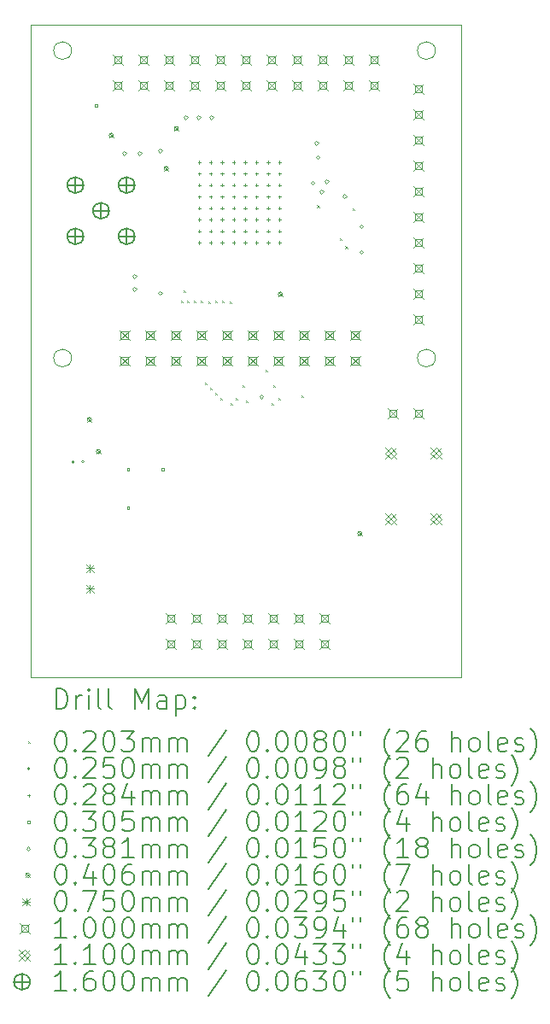
<source format=gbr>
%TF.GenerationSoftware,KiCad,Pcbnew,(6.0.7)*%
%TF.CreationDate,2022-09-29T10:24:18-07:00*%
%TF.ProjectId,sulu_ads1299,73756c75-5f61-4647-9331-3239392e6b69,rev?*%
%TF.SameCoordinates,Original*%
%TF.FileFunction,Drillmap*%
%TF.FilePolarity,Positive*%
%FSLAX45Y45*%
G04 Gerber Fmt 4.5, Leading zero omitted, Abs format (unit mm)*
G04 Created by KiCad (PCBNEW (6.0.7)) date 2022-09-29 10:24:18*
%MOMM*%
%LPD*%
G01*
G04 APERTURE LIST*
%ADD10C,0.100000*%
%ADD11C,0.200000*%
%ADD12C,0.020320*%
%ADD13C,0.025000*%
%ADD14C,0.028437*%
%ADD15C,0.030480*%
%ADD16C,0.038100*%
%ADD17C,0.040640*%
%ADD18C,0.075000*%
%ADD19C,0.110000*%
%ADD20C,0.160000*%
G04 APERTURE END LIST*
D10*
X11849100Y-11569700D02*
X7581900Y-11569700D01*
X7581900Y-11569700D02*
X7581900Y-5105400D01*
X7581900Y-5105400D02*
X11849100Y-5105400D01*
X11849100Y-5105400D02*
X11849100Y-11569700D01*
X7988300Y-8407400D02*
G75*
G03*
X7988300Y-8407400I-88900J0D01*
G01*
X7988300Y-5359400D02*
G75*
G03*
X7988300Y-5359400I-88900J0D01*
G01*
X11595100Y-5359400D02*
G75*
G03*
X11595100Y-5359400I-88900J0D01*
G01*
X11595100Y-8407400D02*
G75*
G03*
X11595100Y-8407400I-88900J0D01*
G01*
D11*
D12*
X9070340Y-7838440D02*
X9090660Y-7858760D01*
X9090660Y-7838440D02*
X9070340Y-7858760D01*
X9095740Y-7736840D02*
X9116060Y-7757160D01*
X9116060Y-7736840D02*
X9095740Y-7757160D01*
X9133840Y-7838440D02*
X9154160Y-7858760D01*
X9154160Y-7838440D02*
X9133840Y-7858760D01*
X9197340Y-7838440D02*
X9217660Y-7858760D01*
X9217660Y-7838440D02*
X9197340Y-7858760D01*
X9267921Y-7837317D02*
X9288241Y-7857637D01*
X9288241Y-7837317D02*
X9267921Y-7857637D01*
X9311640Y-8651240D02*
X9331960Y-8671560D01*
X9331960Y-8651240D02*
X9311640Y-8671560D01*
X9342311Y-7843333D02*
X9362631Y-7863653D01*
X9362631Y-7843333D02*
X9342311Y-7863653D01*
X9362440Y-8702040D02*
X9382760Y-8722360D01*
X9382760Y-8702040D02*
X9362440Y-8722360D01*
X9413240Y-7838440D02*
X9433560Y-7858760D01*
X9433560Y-7838440D02*
X9413240Y-7858760D01*
X9413240Y-8752840D02*
X9433560Y-8773160D01*
X9433560Y-8752840D02*
X9413240Y-8773160D01*
X9464040Y-8803640D02*
X9484360Y-8823960D01*
X9484360Y-8803640D02*
X9464040Y-8823960D01*
X9479280Y-7838440D02*
X9499600Y-7858760D01*
X9499600Y-7838440D02*
X9479280Y-7858760D01*
X9555480Y-7843520D02*
X9575800Y-7863840D01*
X9575800Y-7843520D02*
X9555480Y-7863840D01*
X9565640Y-8854440D02*
X9585960Y-8874760D01*
X9585960Y-8854440D02*
X9565640Y-8874760D01*
X9616440Y-8803640D02*
X9636760Y-8823960D01*
X9636760Y-8803640D02*
X9616440Y-8823960D01*
X9679940Y-8676640D02*
X9700260Y-8696960D01*
X9700260Y-8676640D02*
X9679940Y-8696960D01*
X9718040Y-8829040D02*
X9738360Y-8849360D01*
X9738360Y-8829040D02*
X9718040Y-8849360D01*
X9908540Y-8524240D02*
X9928860Y-8544560D01*
X9928860Y-8524240D02*
X9908540Y-8544560D01*
X9972040Y-8854440D02*
X9992360Y-8874760D01*
X9992360Y-8854440D02*
X9972040Y-8874760D01*
X9984740Y-8676640D02*
X10005060Y-8696960D01*
X10005060Y-8676640D02*
X9984740Y-8696960D01*
X10035540Y-8803640D02*
X10055860Y-8823960D01*
X10055860Y-8803640D02*
X10035540Y-8823960D01*
X10264140Y-8778240D02*
X10284460Y-8798560D01*
X10284460Y-8778240D02*
X10264140Y-8798560D01*
X10424160Y-6893560D02*
X10444480Y-6913880D01*
X10444480Y-6893560D02*
X10424160Y-6913880D01*
X10645140Y-7216140D02*
X10665460Y-7236460D01*
X10665460Y-7216140D02*
X10645140Y-7236460D01*
X10703560Y-7299960D02*
X10723880Y-7320280D01*
X10723880Y-7299960D02*
X10703560Y-7320280D01*
X10772140Y-6924040D02*
X10792460Y-6944360D01*
X10792460Y-6924040D02*
X10772140Y-6944360D01*
D13*
X8014300Y-9436100D02*
G75*
G03*
X8014300Y-9436100I-12500J0D01*
G01*
X8114300Y-9436100D02*
G75*
G03*
X8114300Y-9436100I-12500J0D01*
G01*
D14*
X9253875Y-6451456D02*
X9253875Y-6479894D01*
X9239656Y-6465675D02*
X9268094Y-6465675D01*
X9253875Y-6565206D02*
X9253875Y-6593644D01*
X9239656Y-6579425D02*
X9268094Y-6579425D01*
X9253875Y-6678956D02*
X9253875Y-6707394D01*
X9239656Y-6693175D02*
X9268094Y-6693175D01*
X9253875Y-6792706D02*
X9253875Y-6821144D01*
X9239656Y-6806925D02*
X9268094Y-6806925D01*
X9253875Y-6906456D02*
X9253875Y-6934894D01*
X9239656Y-6920675D02*
X9268094Y-6920675D01*
X9253875Y-7020206D02*
X9253875Y-7048644D01*
X9239656Y-7034425D02*
X9268094Y-7034425D01*
X9253875Y-7133956D02*
X9253875Y-7162394D01*
X9239656Y-7148175D02*
X9268094Y-7148175D01*
X9253875Y-7247706D02*
X9253875Y-7276144D01*
X9239656Y-7261925D02*
X9268094Y-7261925D01*
X9367625Y-6451456D02*
X9367625Y-6479894D01*
X9353406Y-6465675D02*
X9381844Y-6465675D01*
X9367625Y-6565206D02*
X9367625Y-6593644D01*
X9353406Y-6579425D02*
X9381844Y-6579425D01*
X9367625Y-6678956D02*
X9367625Y-6707394D01*
X9353406Y-6693175D02*
X9381844Y-6693175D01*
X9367625Y-6792706D02*
X9367625Y-6821144D01*
X9353406Y-6806925D02*
X9381844Y-6806925D01*
X9367625Y-6906456D02*
X9367625Y-6934894D01*
X9353406Y-6920675D02*
X9381844Y-6920675D01*
X9367625Y-7020206D02*
X9367625Y-7048644D01*
X9353406Y-7034425D02*
X9381844Y-7034425D01*
X9367625Y-7133956D02*
X9367625Y-7162394D01*
X9353406Y-7148175D02*
X9381844Y-7148175D01*
X9367625Y-7247706D02*
X9367625Y-7276144D01*
X9353406Y-7261925D02*
X9381844Y-7261925D01*
X9481375Y-6451456D02*
X9481375Y-6479894D01*
X9467156Y-6465675D02*
X9495594Y-6465675D01*
X9481375Y-6565206D02*
X9481375Y-6593644D01*
X9467156Y-6579425D02*
X9495594Y-6579425D01*
X9481375Y-6678956D02*
X9481375Y-6707394D01*
X9467156Y-6693175D02*
X9495594Y-6693175D01*
X9481375Y-6792706D02*
X9481375Y-6821144D01*
X9467156Y-6806925D02*
X9495594Y-6806925D01*
X9481375Y-6906456D02*
X9481375Y-6934894D01*
X9467156Y-6920675D02*
X9495594Y-6920675D01*
X9481375Y-7020206D02*
X9481375Y-7048644D01*
X9467156Y-7034425D02*
X9495594Y-7034425D01*
X9481375Y-7133956D02*
X9481375Y-7162394D01*
X9467156Y-7148175D02*
X9495594Y-7148175D01*
X9481375Y-7247706D02*
X9481375Y-7276144D01*
X9467156Y-7261925D02*
X9495594Y-7261925D01*
X9595125Y-6451456D02*
X9595125Y-6479894D01*
X9580906Y-6465675D02*
X9609344Y-6465675D01*
X9595125Y-6565206D02*
X9595125Y-6593644D01*
X9580906Y-6579425D02*
X9609344Y-6579425D01*
X9595125Y-6678956D02*
X9595125Y-6707394D01*
X9580906Y-6693175D02*
X9609344Y-6693175D01*
X9595125Y-6792706D02*
X9595125Y-6821144D01*
X9580906Y-6806925D02*
X9609344Y-6806925D01*
X9595125Y-6906456D02*
X9595125Y-6934894D01*
X9580906Y-6920675D02*
X9609344Y-6920675D01*
X9595125Y-7020206D02*
X9595125Y-7048644D01*
X9580906Y-7034425D02*
X9609344Y-7034425D01*
X9595125Y-7133956D02*
X9595125Y-7162394D01*
X9580906Y-7148175D02*
X9609344Y-7148175D01*
X9595125Y-7247706D02*
X9595125Y-7276144D01*
X9580906Y-7261925D02*
X9609344Y-7261925D01*
X9708875Y-6451456D02*
X9708875Y-6479894D01*
X9694656Y-6465675D02*
X9723094Y-6465675D01*
X9708875Y-6565206D02*
X9708875Y-6593644D01*
X9694656Y-6579425D02*
X9723094Y-6579425D01*
X9708875Y-6678956D02*
X9708875Y-6707394D01*
X9694656Y-6693175D02*
X9723094Y-6693175D01*
X9708875Y-6792706D02*
X9708875Y-6821144D01*
X9694656Y-6806925D02*
X9723094Y-6806925D01*
X9708875Y-6906456D02*
X9708875Y-6934894D01*
X9694656Y-6920675D02*
X9723094Y-6920675D01*
X9708875Y-7020206D02*
X9708875Y-7048644D01*
X9694656Y-7034425D02*
X9723094Y-7034425D01*
X9708875Y-7133956D02*
X9708875Y-7162394D01*
X9694656Y-7148175D02*
X9723094Y-7148175D01*
X9708875Y-7247706D02*
X9708875Y-7276144D01*
X9694656Y-7261925D02*
X9723094Y-7261925D01*
X9822625Y-6451456D02*
X9822625Y-6479894D01*
X9808406Y-6465675D02*
X9836844Y-6465675D01*
X9822625Y-6565206D02*
X9822625Y-6593644D01*
X9808406Y-6579425D02*
X9836844Y-6579425D01*
X9822625Y-6678956D02*
X9822625Y-6707394D01*
X9808406Y-6693175D02*
X9836844Y-6693175D01*
X9822625Y-6792706D02*
X9822625Y-6821144D01*
X9808406Y-6806925D02*
X9836844Y-6806925D01*
X9822625Y-6906456D02*
X9822625Y-6934894D01*
X9808406Y-6920675D02*
X9836844Y-6920675D01*
X9822625Y-7020206D02*
X9822625Y-7048644D01*
X9808406Y-7034425D02*
X9836844Y-7034425D01*
X9822625Y-7133956D02*
X9822625Y-7162394D01*
X9808406Y-7148175D02*
X9836844Y-7148175D01*
X9822625Y-7247706D02*
X9822625Y-7276144D01*
X9808406Y-7261925D02*
X9836844Y-7261925D01*
X9936375Y-6451456D02*
X9936375Y-6479894D01*
X9922156Y-6465675D02*
X9950594Y-6465675D01*
X9936375Y-6565206D02*
X9936375Y-6593644D01*
X9922156Y-6579425D02*
X9950594Y-6579425D01*
X9936375Y-6678956D02*
X9936375Y-6707394D01*
X9922156Y-6693175D02*
X9950594Y-6693175D01*
X9936375Y-6792706D02*
X9936375Y-6821144D01*
X9922156Y-6806925D02*
X9950594Y-6806925D01*
X9936375Y-6906456D02*
X9936375Y-6934894D01*
X9922156Y-6920675D02*
X9950594Y-6920675D01*
X9936375Y-7020206D02*
X9936375Y-7048644D01*
X9922156Y-7034425D02*
X9950594Y-7034425D01*
X9936375Y-7133956D02*
X9936375Y-7162394D01*
X9922156Y-7148175D02*
X9950594Y-7148175D01*
X9936375Y-7247706D02*
X9936375Y-7276144D01*
X9922156Y-7261925D02*
X9950594Y-7261925D01*
X10050125Y-6451456D02*
X10050125Y-6479894D01*
X10035906Y-6465675D02*
X10064344Y-6465675D01*
X10050125Y-6565206D02*
X10050125Y-6593644D01*
X10035906Y-6579425D02*
X10064344Y-6579425D01*
X10050125Y-6678956D02*
X10050125Y-6707394D01*
X10035906Y-6693175D02*
X10064344Y-6693175D01*
X10050125Y-6792706D02*
X10050125Y-6821144D01*
X10035906Y-6806925D02*
X10064344Y-6806925D01*
X10050125Y-6906456D02*
X10050125Y-6934894D01*
X10035906Y-6920675D02*
X10064344Y-6920675D01*
X10050125Y-7020206D02*
X10050125Y-7048644D01*
X10035906Y-7034425D02*
X10064344Y-7034425D01*
X10050125Y-7133956D02*
X10050125Y-7162394D01*
X10035906Y-7148175D02*
X10064344Y-7148175D01*
X10050125Y-7247706D02*
X10050125Y-7276144D01*
X10035906Y-7261925D02*
X10064344Y-7261925D01*
D15*
X8240376Y-5916276D02*
X8240376Y-5894724D01*
X8218824Y-5894724D01*
X8218824Y-5916276D01*
X8240376Y-5916276D01*
X8557876Y-9523076D02*
X8557876Y-9501524D01*
X8536324Y-9501524D01*
X8536324Y-9523076D01*
X8557876Y-9523076D01*
X8557876Y-9904076D02*
X8557876Y-9882524D01*
X8536324Y-9882524D01*
X8536324Y-9904076D01*
X8557876Y-9904076D01*
X8900776Y-9523076D02*
X8900776Y-9501524D01*
X8879224Y-9501524D01*
X8879224Y-9523076D01*
X8900776Y-9523076D01*
D16*
X8509000Y-6394450D02*
X8528050Y-6375400D01*
X8509000Y-6356350D01*
X8489950Y-6375400D01*
X8509000Y-6394450D01*
X8610600Y-7613650D02*
X8629650Y-7594600D01*
X8610600Y-7575550D01*
X8591550Y-7594600D01*
X8610600Y-7613650D01*
X8610600Y-7740650D02*
X8629650Y-7721600D01*
X8610600Y-7702550D01*
X8591550Y-7721600D01*
X8610600Y-7740650D01*
X8661400Y-6394450D02*
X8680450Y-6375400D01*
X8661400Y-6356350D01*
X8642350Y-6375400D01*
X8661400Y-6394450D01*
X8864600Y-6369050D02*
X8883650Y-6350000D01*
X8864600Y-6330950D01*
X8845550Y-6350000D01*
X8864600Y-6369050D01*
X8864600Y-7778750D02*
X8883650Y-7759700D01*
X8864600Y-7740650D01*
X8845550Y-7759700D01*
X8864600Y-7778750D01*
X9118600Y-6038850D02*
X9137650Y-6019800D01*
X9118600Y-6000750D01*
X9099550Y-6019800D01*
X9118600Y-6038850D01*
X9245600Y-6038850D02*
X9264650Y-6019800D01*
X9245600Y-6000750D01*
X9226550Y-6019800D01*
X9245600Y-6038850D01*
X9372600Y-6038850D02*
X9391650Y-6019800D01*
X9372600Y-6000750D01*
X9353550Y-6019800D01*
X9372600Y-6038850D01*
X9867900Y-8807450D02*
X9886950Y-8788400D01*
X9867900Y-8769350D01*
X9848850Y-8788400D01*
X9867900Y-8807450D01*
X10375900Y-6686550D02*
X10394950Y-6667500D01*
X10375900Y-6648450D01*
X10356850Y-6667500D01*
X10375900Y-6686550D01*
X10414000Y-6292850D02*
X10433050Y-6273800D01*
X10414000Y-6254750D01*
X10394950Y-6273800D01*
X10414000Y-6292850D01*
X10426700Y-6432550D02*
X10445750Y-6413500D01*
X10426700Y-6394450D01*
X10407650Y-6413500D01*
X10426700Y-6432550D01*
X10464800Y-6775450D02*
X10483850Y-6756400D01*
X10464800Y-6737350D01*
X10445750Y-6756400D01*
X10464800Y-6775450D01*
X10515600Y-6673850D02*
X10534650Y-6654800D01*
X10515600Y-6635750D01*
X10496550Y-6654800D01*
X10515600Y-6673850D01*
X10693400Y-6821170D02*
X10712450Y-6802120D01*
X10693400Y-6783070D01*
X10674350Y-6802120D01*
X10693400Y-6821170D01*
X10858500Y-7118350D02*
X10877550Y-7099300D01*
X10858500Y-7080250D01*
X10839450Y-7099300D01*
X10858500Y-7118350D01*
X10858500Y-7372350D02*
X10877550Y-7353300D01*
X10858500Y-7334250D01*
X10839450Y-7353300D01*
X10858500Y-7372350D01*
D17*
X8145780Y-8996680D02*
X8186420Y-9037320D01*
X8186420Y-8996680D02*
X8145780Y-9037320D01*
X8186420Y-9017000D02*
G75*
G03*
X8186420Y-9017000I-20320J0D01*
G01*
X8234680Y-9314180D02*
X8275320Y-9354820D01*
X8275320Y-9314180D02*
X8234680Y-9354820D01*
X8275320Y-9334500D02*
G75*
G03*
X8275320Y-9334500I-20320J0D01*
G01*
X8361680Y-6177280D02*
X8402320Y-6217920D01*
X8402320Y-6177280D02*
X8361680Y-6217920D01*
X8402320Y-6197600D02*
G75*
G03*
X8402320Y-6197600I-20320J0D01*
G01*
X8907780Y-6506930D02*
X8948420Y-6547570D01*
X8948420Y-6506930D02*
X8907780Y-6547570D01*
X8948420Y-6527250D02*
G75*
G03*
X8948420Y-6527250I-20320J0D01*
G01*
X9006840Y-6111240D02*
X9047480Y-6151880D01*
X9047480Y-6111240D02*
X9006840Y-6151880D01*
X9047480Y-6131560D02*
G75*
G03*
X9047480Y-6131560I-20320J0D01*
G01*
X10038080Y-7752080D02*
X10078720Y-7792720D01*
X10078720Y-7752080D02*
X10038080Y-7792720D01*
X10078720Y-7772400D02*
G75*
G03*
X10078720Y-7772400I-20320J0D01*
G01*
X10825480Y-10126980D02*
X10866120Y-10167620D01*
X10866120Y-10126980D02*
X10825480Y-10167620D01*
X10866120Y-10147300D02*
G75*
G03*
X10866120Y-10147300I-20320J0D01*
G01*
D18*
X8132800Y-10454300D02*
X8207800Y-10529300D01*
X8207800Y-10454300D02*
X8132800Y-10529300D01*
X8170300Y-10454300D02*
X8170300Y-10529300D01*
X8132800Y-10491800D02*
X8207800Y-10491800D01*
X8132800Y-10654300D02*
X8207800Y-10729300D01*
X8207800Y-10654300D02*
X8132800Y-10729300D01*
X8170300Y-10654300D02*
X8170300Y-10729300D01*
X8132800Y-10691800D02*
X8207800Y-10691800D01*
D10*
X8395500Y-5398300D02*
X8495500Y-5498300D01*
X8495500Y-5398300D02*
X8395500Y-5498300D01*
X8480856Y-5483656D02*
X8480856Y-5412944D01*
X8410144Y-5412944D01*
X8410144Y-5483656D01*
X8480856Y-5483656D01*
X8395500Y-5652300D02*
X8495500Y-5752300D01*
X8495500Y-5652300D02*
X8395500Y-5752300D01*
X8480856Y-5737656D02*
X8480856Y-5666944D01*
X8410144Y-5666944D01*
X8410144Y-5737656D01*
X8480856Y-5737656D01*
X8462000Y-8130800D02*
X8562000Y-8230800D01*
X8562000Y-8130800D02*
X8462000Y-8230800D01*
X8547356Y-8216156D02*
X8547356Y-8145444D01*
X8476644Y-8145444D01*
X8476644Y-8216156D01*
X8547356Y-8216156D01*
X8462000Y-8384800D02*
X8562000Y-8484800D01*
X8562000Y-8384800D02*
X8462000Y-8484800D01*
X8547356Y-8470156D02*
X8547356Y-8399444D01*
X8476644Y-8399444D01*
X8476644Y-8470156D01*
X8547356Y-8470156D01*
X8649500Y-5398300D02*
X8749500Y-5498300D01*
X8749500Y-5398300D02*
X8649500Y-5498300D01*
X8734856Y-5483656D02*
X8734856Y-5412944D01*
X8664144Y-5412944D01*
X8664144Y-5483656D01*
X8734856Y-5483656D01*
X8649500Y-5652300D02*
X8749500Y-5752300D01*
X8749500Y-5652300D02*
X8649500Y-5752300D01*
X8734856Y-5737656D02*
X8734856Y-5666944D01*
X8664144Y-5666944D01*
X8664144Y-5737656D01*
X8734856Y-5737656D01*
X8716000Y-8130800D02*
X8816000Y-8230800D01*
X8816000Y-8130800D02*
X8716000Y-8230800D01*
X8801356Y-8216156D02*
X8801356Y-8145444D01*
X8730644Y-8145444D01*
X8730644Y-8216156D01*
X8801356Y-8216156D01*
X8716000Y-8384800D02*
X8816000Y-8484800D01*
X8816000Y-8384800D02*
X8716000Y-8484800D01*
X8801356Y-8470156D02*
X8801356Y-8399444D01*
X8730644Y-8399444D01*
X8730644Y-8470156D01*
X8801356Y-8470156D01*
X8903500Y-5398300D02*
X9003500Y-5498300D01*
X9003500Y-5398300D02*
X8903500Y-5498300D01*
X8988856Y-5483656D02*
X8988856Y-5412944D01*
X8918144Y-5412944D01*
X8918144Y-5483656D01*
X8988856Y-5483656D01*
X8903500Y-5652300D02*
X9003500Y-5752300D01*
X9003500Y-5652300D02*
X8903500Y-5752300D01*
X8988856Y-5737656D02*
X8988856Y-5666944D01*
X8918144Y-5666944D01*
X8918144Y-5737656D01*
X8988856Y-5737656D01*
X8922200Y-10935500D02*
X9022200Y-11035500D01*
X9022200Y-10935500D02*
X8922200Y-11035500D01*
X9007556Y-11020856D02*
X9007556Y-10950144D01*
X8936844Y-10950144D01*
X8936844Y-11020856D01*
X9007556Y-11020856D01*
X8922200Y-11189500D02*
X9022200Y-11289500D01*
X9022200Y-11189500D02*
X8922200Y-11289500D01*
X9007556Y-11274856D02*
X9007556Y-11204144D01*
X8936844Y-11204144D01*
X8936844Y-11274856D01*
X9007556Y-11274856D01*
X8970000Y-8130800D02*
X9070000Y-8230800D01*
X9070000Y-8130800D02*
X8970000Y-8230800D01*
X9055356Y-8216156D02*
X9055356Y-8145444D01*
X8984644Y-8145444D01*
X8984644Y-8216156D01*
X9055356Y-8216156D01*
X8970000Y-8384800D02*
X9070000Y-8484800D01*
X9070000Y-8384800D02*
X8970000Y-8484800D01*
X9055356Y-8470156D02*
X9055356Y-8399444D01*
X8984644Y-8399444D01*
X8984644Y-8470156D01*
X9055356Y-8470156D01*
X9157500Y-5398300D02*
X9257500Y-5498300D01*
X9257500Y-5398300D02*
X9157500Y-5498300D01*
X9242856Y-5483656D02*
X9242856Y-5412944D01*
X9172144Y-5412944D01*
X9172144Y-5483656D01*
X9242856Y-5483656D01*
X9157500Y-5652300D02*
X9257500Y-5752300D01*
X9257500Y-5652300D02*
X9157500Y-5752300D01*
X9242856Y-5737656D02*
X9242856Y-5666944D01*
X9172144Y-5666944D01*
X9172144Y-5737656D01*
X9242856Y-5737656D01*
X9176200Y-10935500D02*
X9276200Y-11035500D01*
X9276200Y-10935500D02*
X9176200Y-11035500D01*
X9261556Y-11020856D02*
X9261556Y-10950144D01*
X9190844Y-10950144D01*
X9190844Y-11020856D01*
X9261556Y-11020856D01*
X9176200Y-11189500D02*
X9276200Y-11289500D01*
X9276200Y-11189500D02*
X9176200Y-11289500D01*
X9261556Y-11274856D02*
X9261556Y-11204144D01*
X9190844Y-11204144D01*
X9190844Y-11274856D01*
X9261556Y-11274856D01*
X9224000Y-8130800D02*
X9324000Y-8230800D01*
X9324000Y-8130800D02*
X9224000Y-8230800D01*
X9309356Y-8216156D02*
X9309356Y-8145444D01*
X9238644Y-8145444D01*
X9238644Y-8216156D01*
X9309356Y-8216156D01*
X9224000Y-8384800D02*
X9324000Y-8484800D01*
X9324000Y-8384800D02*
X9224000Y-8484800D01*
X9309356Y-8470156D02*
X9309356Y-8399444D01*
X9238644Y-8399444D01*
X9238644Y-8470156D01*
X9309356Y-8470156D01*
X9411500Y-5398300D02*
X9511500Y-5498300D01*
X9511500Y-5398300D02*
X9411500Y-5498300D01*
X9496856Y-5483656D02*
X9496856Y-5412944D01*
X9426144Y-5412944D01*
X9426144Y-5483656D01*
X9496856Y-5483656D01*
X9411500Y-5652300D02*
X9511500Y-5752300D01*
X9511500Y-5652300D02*
X9411500Y-5752300D01*
X9496856Y-5737656D02*
X9496856Y-5666944D01*
X9426144Y-5666944D01*
X9426144Y-5737656D01*
X9496856Y-5737656D01*
X9430200Y-10935500D02*
X9530200Y-11035500D01*
X9530200Y-10935500D02*
X9430200Y-11035500D01*
X9515556Y-11020856D02*
X9515556Y-10950144D01*
X9444844Y-10950144D01*
X9444844Y-11020856D01*
X9515556Y-11020856D01*
X9430200Y-11189500D02*
X9530200Y-11289500D01*
X9530200Y-11189500D02*
X9430200Y-11289500D01*
X9515556Y-11274856D02*
X9515556Y-11204144D01*
X9444844Y-11204144D01*
X9444844Y-11274856D01*
X9515556Y-11274856D01*
X9478000Y-8130800D02*
X9578000Y-8230800D01*
X9578000Y-8130800D02*
X9478000Y-8230800D01*
X9563356Y-8216156D02*
X9563356Y-8145444D01*
X9492644Y-8145444D01*
X9492644Y-8216156D01*
X9563356Y-8216156D01*
X9478000Y-8384800D02*
X9578000Y-8484800D01*
X9578000Y-8384800D02*
X9478000Y-8484800D01*
X9563356Y-8470156D02*
X9563356Y-8399444D01*
X9492644Y-8399444D01*
X9492644Y-8470156D01*
X9563356Y-8470156D01*
X9665500Y-5398300D02*
X9765500Y-5498300D01*
X9765500Y-5398300D02*
X9665500Y-5498300D01*
X9750856Y-5483656D02*
X9750856Y-5412944D01*
X9680144Y-5412944D01*
X9680144Y-5483656D01*
X9750856Y-5483656D01*
X9665500Y-5652300D02*
X9765500Y-5752300D01*
X9765500Y-5652300D02*
X9665500Y-5752300D01*
X9750856Y-5737656D02*
X9750856Y-5666944D01*
X9680144Y-5666944D01*
X9680144Y-5737656D01*
X9750856Y-5737656D01*
X9684200Y-10935500D02*
X9784200Y-11035500D01*
X9784200Y-10935500D02*
X9684200Y-11035500D01*
X9769556Y-11020856D02*
X9769556Y-10950144D01*
X9698844Y-10950144D01*
X9698844Y-11020856D01*
X9769556Y-11020856D01*
X9684200Y-11189500D02*
X9784200Y-11289500D01*
X9784200Y-11189500D02*
X9684200Y-11289500D01*
X9769556Y-11274856D02*
X9769556Y-11204144D01*
X9698844Y-11204144D01*
X9698844Y-11274856D01*
X9769556Y-11274856D01*
X9732000Y-8130800D02*
X9832000Y-8230800D01*
X9832000Y-8130800D02*
X9732000Y-8230800D01*
X9817356Y-8216156D02*
X9817356Y-8145444D01*
X9746644Y-8145444D01*
X9746644Y-8216156D01*
X9817356Y-8216156D01*
X9732000Y-8384800D02*
X9832000Y-8484800D01*
X9832000Y-8384800D02*
X9732000Y-8484800D01*
X9817356Y-8470156D02*
X9817356Y-8399444D01*
X9746644Y-8399444D01*
X9746644Y-8470156D01*
X9817356Y-8470156D01*
X9919500Y-5398300D02*
X10019500Y-5498300D01*
X10019500Y-5398300D02*
X9919500Y-5498300D01*
X10004856Y-5483656D02*
X10004856Y-5412944D01*
X9934144Y-5412944D01*
X9934144Y-5483656D01*
X10004856Y-5483656D01*
X9919500Y-5652300D02*
X10019500Y-5752300D01*
X10019500Y-5652300D02*
X9919500Y-5752300D01*
X10004856Y-5737656D02*
X10004856Y-5666944D01*
X9934144Y-5666944D01*
X9934144Y-5737656D01*
X10004856Y-5737656D01*
X9938200Y-10935500D02*
X10038200Y-11035500D01*
X10038200Y-10935500D02*
X9938200Y-11035500D01*
X10023556Y-11020856D02*
X10023556Y-10950144D01*
X9952844Y-10950144D01*
X9952844Y-11020856D01*
X10023556Y-11020856D01*
X9938200Y-11189500D02*
X10038200Y-11289500D01*
X10038200Y-11189500D02*
X9938200Y-11289500D01*
X10023556Y-11274856D02*
X10023556Y-11204144D01*
X9952844Y-11204144D01*
X9952844Y-11274856D01*
X10023556Y-11274856D01*
X9986000Y-8130800D02*
X10086000Y-8230800D01*
X10086000Y-8130800D02*
X9986000Y-8230800D01*
X10071356Y-8216156D02*
X10071356Y-8145444D01*
X10000644Y-8145444D01*
X10000644Y-8216156D01*
X10071356Y-8216156D01*
X9986000Y-8384800D02*
X10086000Y-8484800D01*
X10086000Y-8384800D02*
X9986000Y-8484800D01*
X10071356Y-8470156D02*
X10071356Y-8399444D01*
X10000644Y-8399444D01*
X10000644Y-8470156D01*
X10071356Y-8470156D01*
X10173500Y-5398300D02*
X10273500Y-5498300D01*
X10273500Y-5398300D02*
X10173500Y-5498300D01*
X10258856Y-5483656D02*
X10258856Y-5412944D01*
X10188144Y-5412944D01*
X10188144Y-5483656D01*
X10258856Y-5483656D01*
X10173500Y-5652300D02*
X10273500Y-5752300D01*
X10273500Y-5652300D02*
X10173500Y-5752300D01*
X10258856Y-5737656D02*
X10258856Y-5666944D01*
X10188144Y-5666944D01*
X10188144Y-5737656D01*
X10258856Y-5737656D01*
X10192200Y-10935500D02*
X10292200Y-11035500D01*
X10292200Y-10935500D02*
X10192200Y-11035500D01*
X10277556Y-11020856D02*
X10277556Y-10950144D01*
X10206844Y-10950144D01*
X10206844Y-11020856D01*
X10277556Y-11020856D01*
X10192200Y-11189500D02*
X10292200Y-11289500D01*
X10292200Y-11189500D02*
X10192200Y-11289500D01*
X10277556Y-11274856D02*
X10277556Y-11204144D01*
X10206844Y-11204144D01*
X10206844Y-11274856D01*
X10277556Y-11274856D01*
X10240000Y-8130800D02*
X10340000Y-8230800D01*
X10340000Y-8130800D02*
X10240000Y-8230800D01*
X10325356Y-8216156D02*
X10325356Y-8145444D01*
X10254644Y-8145444D01*
X10254644Y-8216156D01*
X10325356Y-8216156D01*
X10240000Y-8384800D02*
X10340000Y-8484800D01*
X10340000Y-8384800D02*
X10240000Y-8484800D01*
X10325356Y-8470156D02*
X10325356Y-8399444D01*
X10254644Y-8399444D01*
X10254644Y-8470156D01*
X10325356Y-8470156D01*
X10427500Y-5398300D02*
X10527500Y-5498300D01*
X10527500Y-5398300D02*
X10427500Y-5498300D01*
X10512856Y-5483656D02*
X10512856Y-5412944D01*
X10442144Y-5412944D01*
X10442144Y-5483656D01*
X10512856Y-5483656D01*
X10427500Y-5652300D02*
X10527500Y-5752300D01*
X10527500Y-5652300D02*
X10427500Y-5752300D01*
X10512856Y-5737656D02*
X10512856Y-5666944D01*
X10442144Y-5666944D01*
X10442144Y-5737656D01*
X10512856Y-5737656D01*
X10446200Y-10935500D02*
X10546200Y-11035500D01*
X10546200Y-10935500D02*
X10446200Y-11035500D01*
X10531556Y-11020856D02*
X10531556Y-10950144D01*
X10460844Y-10950144D01*
X10460844Y-11020856D01*
X10531556Y-11020856D01*
X10446200Y-11189500D02*
X10546200Y-11289500D01*
X10546200Y-11189500D02*
X10446200Y-11289500D01*
X10531556Y-11274856D02*
X10531556Y-11204144D01*
X10460844Y-11204144D01*
X10460844Y-11274856D01*
X10531556Y-11274856D01*
X10494000Y-8130800D02*
X10594000Y-8230800D01*
X10594000Y-8130800D02*
X10494000Y-8230800D01*
X10579356Y-8216156D02*
X10579356Y-8145444D01*
X10508644Y-8145444D01*
X10508644Y-8216156D01*
X10579356Y-8216156D01*
X10494000Y-8384800D02*
X10594000Y-8484800D01*
X10594000Y-8384800D02*
X10494000Y-8484800D01*
X10579356Y-8470156D02*
X10579356Y-8399444D01*
X10508644Y-8399444D01*
X10508644Y-8470156D01*
X10579356Y-8470156D01*
X10681500Y-5398300D02*
X10781500Y-5498300D01*
X10781500Y-5398300D02*
X10681500Y-5498300D01*
X10766856Y-5483656D02*
X10766856Y-5412944D01*
X10696144Y-5412944D01*
X10696144Y-5483656D01*
X10766856Y-5483656D01*
X10681500Y-5652300D02*
X10781500Y-5752300D01*
X10781500Y-5652300D02*
X10681500Y-5752300D01*
X10766856Y-5737656D02*
X10766856Y-5666944D01*
X10696144Y-5666944D01*
X10696144Y-5737656D01*
X10766856Y-5737656D01*
X10748000Y-8130800D02*
X10848000Y-8230800D01*
X10848000Y-8130800D02*
X10748000Y-8230800D01*
X10833356Y-8216156D02*
X10833356Y-8145444D01*
X10762644Y-8145444D01*
X10762644Y-8216156D01*
X10833356Y-8216156D01*
X10748000Y-8384800D02*
X10848000Y-8484800D01*
X10848000Y-8384800D02*
X10748000Y-8484800D01*
X10833356Y-8470156D02*
X10833356Y-8399444D01*
X10762644Y-8399444D01*
X10762644Y-8470156D01*
X10833356Y-8470156D01*
X10935500Y-5398300D02*
X11035500Y-5498300D01*
X11035500Y-5398300D02*
X10935500Y-5498300D01*
X11020856Y-5483656D02*
X11020856Y-5412944D01*
X10950144Y-5412944D01*
X10950144Y-5483656D01*
X11020856Y-5483656D01*
X10935500Y-5652300D02*
X11035500Y-5752300D01*
X11035500Y-5652300D02*
X10935500Y-5752300D01*
X11020856Y-5737656D02*
X11020856Y-5666944D01*
X10950144Y-5666944D01*
X10950144Y-5737656D01*
X11020856Y-5737656D01*
X11126000Y-8903500D02*
X11226000Y-9003500D01*
X11226000Y-8903500D02*
X11126000Y-9003500D01*
X11211356Y-8988856D02*
X11211356Y-8918144D01*
X11140644Y-8918144D01*
X11140644Y-8988856D01*
X11211356Y-8988856D01*
X11380000Y-5690400D02*
X11480000Y-5790400D01*
X11480000Y-5690400D02*
X11380000Y-5790400D01*
X11465356Y-5775756D02*
X11465356Y-5705044D01*
X11394644Y-5705044D01*
X11394644Y-5775756D01*
X11465356Y-5775756D01*
X11380000Y-5944400D02*
X11480000Y-6044400D01*
X11480000Y-5944400D02*
X11380000Y-6044400D01*
X11465356Y-6029756D02*
X11465356Y-5959044D01*
X11394644Y-5959044D01*
X11394644Y-6029756D01*
X11465356Y-6029756D01*
X11380000Y-6198400D02*
X11480000Y-6298400D01*
X11480000Y-6198400D02*
X11380000Y-6298400D01*
X11465356Y-6283756D02*
X11465356Y-6213044D01*
X11394644Y-6213044D01*
X11394644Y-6283756D01*
X11465356Y-6283756D01*
X11380000Y-6452400D02*
X11480000Y-6552400D01*
X11480000Y-6452400D02*
X11380000Y-6552400D01*
X11465356Y-6537756D02*
X11465356Y-6467044D01*
X11394644Y-6467044D01*
X11394644Y-6537756D01*
X11465356Y-6537756D01*
X11380000Y-6706400D02*
X11480000Y-6806400D01*
X11480000Y-6706400D02*
X11380000Y-6806400D01*
X11465356Y-6791756D02*
X11465356Y-6721044D01*
X11394644Y-6721044D01*
X11394644Y-6791756D01*
X11465356Y-6791756D01*
X11380000Y-6960400D02*
X11480000Y-7060400D01*
X11480000Y-6960400D02*
X11380000Y-7060400D01*
X11465356Y-7045756D02*
X11465356Y-6975044D01*
X11394644Y-6975044D01*
X11394644Y-7045756D01*
X11465356Y-7045756D01*
X11380000Y-7214400D02*
X11480000Y-7314400D01*
X11480000Y-7214400D02*
X11380000Y-7314400D01*
X11465356Y-7299756D02*
X11465356Y-7229044D01*
X11394644Y-7229044D01*
X11394644Y-7299756D01*
X11465356Y-7299756D01*
X11380000Y-7468400D02*
X11480000Y-7568400D01*
X11480000Y-7468400D02*
X11380000Y-7568400D01*
X11465356Y-7553756D02*
X11465356Y-7483044D01*
X11394644Y-7483044D01*
X11394644Y-7553756D01*
X11465356Y-7553756D01*
X11380000Y-7722400D02*
X11480000Y-7822400D01*
X11480000Y-7722400D02*
X11380000Y-7822400D01*
X11465356Y-7807756D02*
X11465356Y-7737044D01*
X11394644Y-7737044D01*
X11394644Y-7807756D01*
X11465356Y-7807756D01*
X11380000Y-7976400D02*
X11480000Y-8076400D01*
X11480000Y-7976400D02*
X11380000Y-8076400D01*
X11465356Y-8061756D02*
X11465356Y-7991044D01*
X11394644Y-7991044D01*
X11394644Y-8061756D01*
X11465356Y-8061756D01*
X11380000Y-8903500D02*
X11480000Y-9003500D01*
X11480000Y-8903500D02*
X11380000Y-9003500D01*
X11465356Y-8988856D02*
X11465356Y-8918144D01*
X11394644Y-8918144D01*
X11394644Y-8988856D01*
X11465356Y-8988856D01*
D19*
X11099200Y-9297400D02*
X11209200Y-9407400D01*
X11209200Y-9297400D02*
X11099200Y-9407400D01*
X11154200Y-9407400D02*
X11209200Y-9352400D01*
X11154200Y-9297400D01*
X11099200Y-9352400D01*
X11154200Y-9407400D01*
X11099200Y-9947400D02*
X11209200Y-10057400D01*
X11209200Y-9947400D02*
X11099200Y-10057400D01*
X11154200Y-10057400D02*
X11209200Y-10002400D01*
X11154200Y-9947400D01*
X11099200Y-10002400D01*
X11154200Y-10057400D01*
X11549200Y-9297400D02*
X11659200Y-9407400D01*
X11659200Y-9297400D02*
X11549200Y-9407400D01*
X11604200Y-9407400D02*
X11659200Y-9352400D01*
X11604200Y-9297400D01*
X11549200Y-9352400D01*
X11604200Y-9407400D01*
X11549200Y-9947400D02*
X11659200Y-10057400D01*
X11659200Y-9947400D02*
X11549200Y-10057400D01*
X11604200Y-10057400D02*
X11659200Y-10002400D01*
X11604200Y-9947400D01*
X11549200Y-10002400D01*
X11604200Y-10057400D01*
D20*
X8026400Y-6612900D02*
X8026400Y-6772900D01*
X7946400Y-6692900D02*
X8106400Y-6692900D01*
X8106400Y-6692900D02*
G75*
G03*
X8106400Y-6692900I-80000J0D01*
G01*
X8026400Y-7120900D02*
X8026400Y-7280900D01*
X7946400Y-7200900D02*
X8106400Y-7200900D01*
X8106400Y-7200900D02*
G75*
G03*
X8106400Y-7200900I-80000J0D01*
G01*
X8280400Y-6866900D02*
X8280400Y-7026900D01*
X8200400Y-6946900D02*
X8360400Y-6946900D01*
X8360400Y-6946900D02*
G75*
G03*
X8360400Y-6946900I-80000J0D01*
G01*
X8534400Y-6612900D02*
X8534400Y-6772900D01*
X8454400Y-6692900D02*
X8614400Y-6692900D01*
X8614400Y-6692900D02*
G75*
G03*
X8614400Y-6692900I-80000J0D01*
G01*
X8534400Y-7120900D02*
X8534400Y-7280900D01*
X8454400Y-7200900D02*
X8614400Y-7200900D01*
X8614400Y-7200900D02*
G75*
G03*
X8614400Y-7200900I-80000J0D01*
G01*
D11*
X7834519Y-11885176D02*
X7834519Y-11685176D01*
X7882138Y-11685176D01*
X7910709Y-11694700D01*
X7929757Y-11713748D01*
X7939281Y-11732795D01*
X7948805Y-11770890D01*
X7948805Y-11799462D01*
X7939281Y-11837557D01*
X7929757Y-11856605D01*
X7910709Y-11875652D01*
X7882138Y-11885176D01*
X7834519Y-11885176D01*
X8034519Y-11885176D02*
X8034519Y-11751843D01*
X8034519Y-11789938D02*
X8044043Y-11770890D01*
X8053567Y-11761367D01*
X8072614Y-11751843D01*
X8091662Y-11751843D01*
X8158328Y-11885176D02*
X8158328Y-11751843D01*
X8158328Y-11685176D02*
X8148805Y-11694700D01*
X8158328Y-11704224D01*
X8167852Y-11694700D01*
X8158328Y-11685176D01*
X8158328Y-11704224D01*
X8282138Y-11885176D02*
X8263090Y-11875652D01*
X8253567Y-11856605D01*
X8253567Y-11685176D01*
X8386900Y-11885176D02*
X8367852Y-11875652D01*
X8358328Y-11856605D01*
X8358328Y-11685176D01*
X8615471Y-11885176D02*
X8615471Y-11685176D01*
X8682138Y-11828033D01*
X8748805Y-11685176D01*
X8748805Y-11885176D01*
X8929757Y-11885176D02*
X8929757Y-11780414D01*
X8920233Y-11761367D01*
X8901186Y-11751843D01*
X8863090Y-11751843D01*
X8844043Y-11761367D01*
X8929757Y-11875652D02*
X8910710Y-11885176D01*
X8863090Y-11885176D01*
X8844043Y-11875652D01*
X8834519Y-11856605D01*
X8834519Y-11837557D01*
X8844043Y-11818509D01*
X8863090Y-11808986D01*
X8910710Y-11808986D01*
X8929757Y-11799462D01*
X9024995Y-11751843D02*
X9024995Y-11951843D01*
X9024995Y-11761367D02*
X9044043Y-11751843D01*
X9082138Y-11751843D01*
X9101186Y-11761367D01*
X9110710Y-11770890D01*
X9120233Y-11789938D01*
X9120233Y-11847081D01*
X9110710Y-11866128D01*
X9101186Y-11875652D01*
X9082138Y-11885176D01*
X9044043Y-11885176D01*
X9024995Y-11875652D01*
X9205948Y-11866128D02*
X9215471Y-11875652D01*
X9205948Y-11885176D01*
X9196424Y-11875652D01*
X9205948Y-11866128D01*
X9205948Y-11885176D01*
X9205948Y-11761367D02*
X9215471Y-11770890D01*
X9205948Y-11780414D01*
X9196424Y-11770890D01*
X9205948Y-11761367D01*
X9205948Y-11780414D01*
D12*
X7556580Y-12204540D02*
X7576900Y-12224860D01*
X7576900Y-12204540D02*
X7556580Y-12224860D01*
D11*
X7872614Y-12105176D02*
X7891662Y-12105176D01*
X7910709Y-12114700D01*
X7920233Y-12124224D01*
X7929757Y-12143271D01*
X7939281Y-12181367D01*
X7939281Y-12228986D01*
X7929757Y-12267081D01*
X7920233Y-12286128D01*
X7910709Y-12295652D01*
X7891662Y-12305176D01*
X7872614Y-12305176D01*
X7853567Y-12295652D01*
X7844043Y-12286128D01*
X7834519Y-12267081D01*
X7824995Y-12228986D01*
X7824995Y-12181367D01*
X7834519Y-12143271D01*
X7844043Y-12124224D01*
X7853567Y-12114700D01*
X7872614Y-12105176D01*
X8024995Y-12286128D02*
X8034519Y-12295652D01*
X8024995Y-12305176D01*
X8015471Y-12295652D01*
X8024995Y-12286128D01*
X8024995Y-12305176D01*
X8110709Y-12124224D02*
X8120233Y-12114700D01*
X8139281Y-12105176D01*
X8186900Y-12105176D01*
X8205948Y-12114700D01*
X8215471Y-12124224D01*
X8224995Y-12143271D01*
X8224995Y-12162319D01*
X8215471Y-12190890D01*
X8101186Y-12305176D01*
X8224995Y-12305176D01*
X8348805Y-12105176D02*
X8367852Y-12105176D01*
X8386900Y-12114700D01*
X8396424Y-12124224D01*
X8405948Y-12143271D01*
X8415471Y-12181367D01*
X8415471Y-12228986D01*
X8405948Y-12267081D01*
X8396424Y-12286128D01*
X8386900Y-12295652D01*
X8367852Y-12305176D01*
X8348805Y-12305176D01*
X8329757Y-12295652D01*
X8320233Y-12286128D01*
X8310709Y-12267081D01*
X8301186Y-12228986D01*
X8301186Y-12181367D01*
X8310709Y-12143271D01*
X8320233Y-12124224D01*
X8329757Y-12114700D01*
X8348805Y-12105176D01*
X8482138Y-12105176D02*
X8605948Y-12105176D01*
X8539281Y-12181367D01*
X8567852Y-12181367D01*
X8586900Y-12190890D01*
X8596424Y-12200414D01*
X8605948Y-12219462D01*
X8605948Y-12267081D01*
X8596424Y-12286128D01*
X8586900Y-12295652D01*
X8567852Y-12305176D01*
X8510710Y-12305176D01*
X8491662Y-12295652D01*
X8482138Y-12286128D01*
X8691662Y-12305176D02*
X8691662Y-12171843D01*
X8691662Y-12190890D02*
X8701186Y-12181367D01*
X8720233Y-12171843D01*
X8748805Y-12171843D01*
X8767852Y-12181367D01*
X8777376Y-12200414D01*
X8777376Y-12305176D01*
X8777376Y-12200414D02*
X8786900Y-12181367D01*
X8805948Y-12171843D01*
X8834519Y-12171843D01*
X8853567Y-12181367D01*
X8863090Y-12200414D01*
X8863090Y-12305176D01*
X8958329Y-12305176D02*
X8958329Y-12171843D01*
X8958329Y-12190890D02*
X8967852Y-12181367D01*
X8986900Y-12171843D01*
X9015471Y-12171843D01*
X9034519Y-12181367D01*
X9044043Y-12200414D01*
X9044043Y-12305176D01*
X9044043Y-12200414D02*
X9053567Y-12181367D01*
X9072614Y-12171843D01*
X9101186Y-12171843D01*
X9120233Y-12181367D01*
X9129757Y-12200414D01*
X9129757Y-12305176D01*
X9520233Y-12095652D02*
X9348805Y-12352795D01*
X9777376Y-12105176D02*
X9796424Y-12105176D01*
X9815471Y-12114700D01*
X9824995Y-12124224D01*
X9834519Y-12143271D01*
X9844043Y-12181367D01*
X9844043Y-12228986D01*
X9834519Y-12267081D01*
X9824995Y-12286128D01*
X9815471Y-12295652D01*
X9796424Y-12305176D01*
X9777376Y-12305176D01*
X9758329Y-12295652D01*
X9748805Y-12286128D01*
X9739281Y-12267081D01*
X9729757Y-12228986D01*
X9729757Y-12181367D01*
X9739281Y-12143271D01*
X9748805Y-12124224D01*
X9758329Y-12114700D01*
X9777376Y-12105176D01*
X9929757Y-12286128D02*
X9939281Y-12295652D01*
X9929757Y-12305176D01*
X9920233Y-12295652D01*
X9929757Y-12286128D01*
X9929757Y-12305176D01*
X10063090Y-12105176D02*
X10082138Y-12105176D01*
X10101186Y-12114700D01*
X10110710Y-12124224D01*
X10120233Y-12143271D01*
X10129757Y-12181367D01*
X10129757Y-12228986D01*
X10120233Y-12267081D01*
X10110710Y-12286128D01*
X10101186Y-12295652D01*
X10082138Y-12305176D01*
X10063090Y-12305176D01*
X10044043Y-12295652D01*
X10034519Y-12286128D01*
X10024995Y-12267081D01*
X10015471Y-12228986D01*
X10015471Y-12181367D01*
X10024995Y-12143271D01*
X10034519Y-12124224D01*
X10044043Y-12114700D01*
X10063090Y-12105176D01*
X10253567Y-12105176D02*
X10272614Y-12105176D01*
X10291662Y-12114700D01*
X10301186Y-12124224D01*
X10310710Y-12143271D01*
X10320233Y-12181367D01*
X10320233Y-12228986D01*
X10310710Y-12267081D01*
X10301186Y-12286128D01*
X10291662Y-12295652D01*
X10272614Y-12305176D01*
X10253567Y-12305176D01*
X10234519Y-12295652D01*
X10224995Y-12286128D01*
X10215471Y-12267081D01*
X10205948Y-12228986D01*
X10205948Y-12181367D01*
X10215471Y-12143271D01*
X10224995Y-12124224D01*
X10234519Y-12114700D01*
X10253567Y-12105176D01*
X10434519Y-12190890D02*
X10415471Y-12181367D01*
X10405948Y-12171843D01*
X10396424Y-12152795D01*
X10396424Y-12143271D01*
X10405948Y-12124224D01*
X10415471Y-12114700D01*
X10434519Y-12105176D01*
X10472614Y-12105176D01*
X10491662Y-12114700D01*
X10501186Y-12124224D01*
X10510710Y-12143271D01*
X10510710Y-12152795D01*
X10501186Y-12171843D01*
X10491662Y-12181367D01*
X10472614Y-12190890D01*
X10434519Y-12190890D01*
X10415471Y-12200414D01*
X10405948Y-12209938D01*
X10396424Y-12228986D01*
X10396424Y-12267081D01*
X10405948Y-12286128D01*
X10415471Y-12295652D01*
X10434519Y-12305176D01*
X10472614Y-12305176D01*
X10491662Y-12295652D01*
X10501186Y-12286128D01*
X10510710Y-12267081D01*
X10510710Y-12228986D01*
X10501186Y-12209938D01*
X10491662Y-12200414D01*
X10472614Y-12190890D01*
X10634519Y-12105176D02*
X10653567Y-12105176D01*
X10672614Y-12114700D01*
X10682138Y-12124224D01*
X10691662Y-12143271D01*
X10701186Y-12181367D01*
X10701186Y-12228986D01*
X10691662Y-12267081D01*
X10682138Y-12286128D01*
X10672614Y-12295652D01*
X10653567Y-12305176D01*
X10634519Y-12305176D01*
X10615471Y-12295652D01*
X10605948Y-12286128D01*
X10596424Y-12267081D01*
X10586900Y-12228986D01*
X10586900Y-12181367D01*
X10596424Y-12143271D01*
X10605948Y-12124224D01*
X10615471Y-12114700D01*
X10634519Y-12105176D01*
X10777376Y-12105176D02*
X10777376Y-12143271D01*
X10853567Y-12105176D02*
X10853567Y-12143271D01*
X11148805Y-12381367D02*
X11139281Y-12371843D01*
X11120233Y-12343271D01*
X11110710Y-12324224D01*
X11101186Y-12295652D01*
X11091662Y-12248033D01*
X11091662Y-12209938D01*
X11101186Y-12162319D01*
X11110710Y-12133748D01*
X11120233Y-12114700D01*
X11139281Y-12086128D01*
X11148805Y-12076605D01*
X11215471Y-12124224D02*
X11224995Y-12114700D01*
X11244043Y-12105176D01*
X11291662Y-12105176D01*
X11310709Y-12114700D01*
X11320233Y-12124224D01*
X11329757Y-12143271D01*
X11329757Y-12162319D01*
X11320233Y-12190890D01*
X11205948Y-12305176D01*
X11329757Y-12305176D01*
X11501186Y-12105176D02*
X11463090Y-12105176D01*
X11444043Y-12114700D01*
X11434519Y-12124224D01*
X11415471Y-12152795D01*
X11405948Y-12190890D01*
X11405948Y-12267081D01*
X11415471Y-12286128D01*
X11424995Y-12295652D01*
X11444043Y-12305176D01*
X11482138Y-12305176D01*
X11501186Y-12295652D01*
X11510709Y-12286128D01*
X11520233Y-12267081D01*
X11520233Y-12219462D01*
X11510709Y-12200414D01*
X11501186Y-12190890D01*
X11482138Y-12181367D01*
X11444043Y-12181367D01*
X11424995Y-12190890D01*
X11415471Y-12200414D01*
X11405948Y-12219462D01*
X11758328Y-12305176D02*
X11758328Y-12105176D01*
X11844043Y-12305176D02*
X11844043Y-12200414D01*
X11834519Y-12181367D01*
X11815471Y-12171843D01*
X11786900Y-12171843D01*
X11767852Y-12181367D01*
X11758328Y-12190890D01*
X11967852Y-12305176D02*
X11948805Y-12295652D01*
X11939281Y-12286128D01*
X11929757Y-12267081D01*
X11929757Y-12209938D01*
X11939281Y-12190890D01*
X11948805Y-12181367D01*
X11967852Y-12171843D01*
X11996424Y-12171843D01*
X12015471Y-12181367D01*
X12024995Y-12190890D01*
X12034519Y-12209938D01*
X12034519Y-12267081D01*
X12024995Y-12286128D01*
X12015471Y-12295652D01*
X11996424Y-12305176D01*
X11967852Y-12305176D01*
X12148805Y-12305176D02*
X12129757Y-12295652D01*
X12120233Y-12276605D01*
X12120233Y-12105176D01*
X12301186Y-12295652D02*
X12282138Y-12305176D01*
X12244043Y-12305176D01*
X12224995Y-12295652D01*
X12215471Y-12276605D01*
X12215471Y-12200414D01*
X12224995Y-12181367D01*
X12244043Y-12171843D01*
X12282138Y-12171843D01*
X12301186Y-12181367D01*
X12310709Y-12200414D01*
X12310709Y-12219462D01*
X12215471Y-12238509D01*
X12386900Y-12295652D02*
X12405948Y-12305176D01*
X12444043Y-12305176D01*
X12463090Y-12295652D01*
X12472614Y-12276605D01*
X12472614Y-12267081D01*
X12463090Y-12248033D01*
X12444043Y-12238509D01*
X12415471Y-12238509D01*
X12396424Y-12228986D01*
X12386900Y-12209938D01*
X12386900Y-12200414D01*
X12396424Y-12181367D01*
X12415471Y-12171843D01*
X12444043Y-12171843D01*
X12463090Y-12181367D01*
X12539281Y-12381367D02*
X12548805Y-12371843D01*
X12567852Y-12343271D01*
X12577376Y-12324224D01*
X12586900Y-12295652D01*
X12596424Y-12248033D01*
X12596424Y-12209938D01*
X12586900Y-12162319D01*
X12577376Y-12133748D01*
X12567852Y-12114700D01*
X12548805Y-12086128D01*
X12539281Y-12076605D01*
D13*
X7576900Y-12478700D02*
G75*
G03*
X7576900Y-12478700I-12500J0D01*
G01*
D11*
X7872614Y-12369176D02*
X7891662Y-12369176D01*
X7910709Y-12378700D01*
X7920233Y-12388224D01*
X7929757Y-12407271D01*
X7939281Y-12445367D01*
X7939281Y-12492986D01*
X7929757Y-12531081D01*
X7920233Y-12550128D01*
X7910709Y-12559652D01*
X7891662Y-12569176D01*
X7872614Y-12569176D01*
X7853567Y-12559652D01*
X7844043Y-12550128D01*
X7834519Y-12531081D01*
X7824995Y-12492986D01*
X7824995Y-12445367D01*
X7834519Y-12407271D01*
X7844043Y-12388224D01*
X7853567Y-12378700D01*
X7872614Y-12369176D01*
X8024995Y-12550128D02*
X8034519Y-12559652D01*
X8024995Y-12569176D01*
X8015471Y-12559652D01*
X8024995Y-12550128D01*
X8024995Y-12569176D01*
X8110709Y-12388224D02*
X8120233Y-12378700D01*
X8139281Y-12369176D01*
X8186900Y-12369176D01*
X8205948Y-12378700D01*
X8215471Y-12388224D01*
X8224995Y-12407271D01*
X8224995Y-12426319D01*
X8215471Y-12454890D01*
X8101186Y-12569176D01*
X8224995Y-12569176D01*
X8405948Y-12369176D02*
X8310709Y-12369176D01*
X8301186Y-12464414D01*
X8310709Y-12454890D01*
X8329757Y-12445367D01*
X8377376Y-12445367D01*
X8396424Y-12454890D01*
X8405948Y-12464414D01*
X8415471Y-12483462D01*
X8415471Y-12531081D01*
X8405948Y-12550128D01*
X8396424Y-12559652D01*
X8377376Y-12569176D01*
X8329757Y-12569176D01*
X8310709Y-12559652D01*
X8301186Y-12550128D01*
X8539281Y-12369176D02*
X8558329Y-12369176D01*
X8577376Y-12378700D01*
X8586900Y-12388224D01*
X8596424Y-12407271D01*
X8605948Y-12445367D01*
X8605948Y-12492986D01*
X8596424Y-12531081D01*
X8586900Y-12550128D01*
X8577376Y-12559652D01*
X8558329Y-12569176D01*
X8539281Y-12569176D01*
X8520233Y-12559652D01*
X8510710Y-12550128D01*
X8501186Y-12531081D01*
X8491662Y-12492986D01*
X8491662Y-12445367D01*
X8501186Y-12407271D01*
X8510710Y-12388224D01*
X8520233Y-12378700D01*
X8539281Y-12369176D01*
X8691662Y-12569176D02*
X8691662Y-12435843D01*
X8691662Y-12454890D02*
X8701186Y-12445367D01*
X8720233Y-12435843D01*
X8748805Y-12435843D01*
X8767852Y-12445367D01*
X8777376Y-12464414D01*
X8777376Y-12569176D01*
X8777376Y-12464414D02*
X8786900Y-12445367D01*
X8805948Y-12435843D01*
X8834519Y-12435843D01*
X8853567Y-12445367D01*
X8863090Y-12464414D01*
X8863090Y-12569176D01*
X8958329Y-12569176D02*
X8958329Y-12435843D01*
X8958329Y-12454890D02*
X8967852Y-12445367D01*
X8986900Y-12435843D01*
X9015471Y-12435843D01*
X9034519Y-12445367D01*
X9044043Y-12464414D01*
X9044043Y-12569176D01*
X9044043Y-12464414D02*
X9053567Y-12445367D01*
X9072614Y-12435843D01*
X9101186Y-12435843D01*
X9120233Y-12445367D01*
X9129757Y-12464414D01*
X9129757Y-12569176D01*
X9520233Y-12359652D02*
X9348805Y-12616795D01*
X9777376Y-12369176D02*
X9796424Y-12369176D01*
X9815471Y-12378700D01*
X9824995Y-12388224D01*
X9834519Y-12407271D01*
X9844043Y-12445367D01*
X9844043Y-12492986D01*
X9834519Y-12531081D01*
X9824995Y-12550128D01*
X9815471Y-12559652D01*
X9796424Y-12569176D01*
X9777376Y-12569176D01*
X9758329Y-12559652D01*
X9748805Y-12550128D01*
X9739281Y-12531081D01*
X9729757Y-12492986D01*
X9729757Y-12445367D01*
X9739281Y-12407271D01*
X9748805Y-12388224D01*
X9758329Y-12378700D01*
X9777376Y-12369176D01*
X9929757Y-12550128D02*
X9939281Y-12559652D01*
X9929757Y-12569176D01*
X9920233Y-12559652D01*
X9929757Y-12550128D01*
X9929757Y-12569176D01*
X10063090Y-12369176D02*
X10082138Y-12369176D01*
X10101186Y-12378700D01*
X10110710Y-12388224D01*
X10120233Y-12407271D01*
X10129757Y-12445367D01*
X10129757Y-12492986D01*
X10120233Y-12531081D01*
X10110710Y-12550128D01*
X10101186Y-12559652D01*
X10082138Y-12569176D01*
X10063090Y-12569176D01*
X10044043Y-12559652D01*
X10034519Y-12550128D01*
X10024995Y-12531081D01*
X10015471Y-12492986D01*
X10015471Y-12445367D01*
X10024995Y-12407271D01*
X10034519Y-12388224D01*
X10044043Y-12378700D01*
X10063090Y-12369176D01*
X10253567Y-12369176D02*
X10272614Y-12369176D01*
X10291662Y-12378700D01*
X10301186Y-12388224D01*
X10310710Y-12407271D01*
X10320233Y-12445367D01*
X10320233Y-12492986D01*
X10310710Y-12531081D01*
X10301186Y-12550128D01*
X10291662Y-12559652D01*
X10272614Y-12569176D01*
X10253567Y-12569176D01*
X10234519Y-12559652D01*
X10224995Y-12550128D01*
X10215471Y-12531081D01*
X10205948Y-12492986D01*
X10205948Y-12445367D01*
X10215471Y-12407271D01*
X10224995Y-12388224D01*
X10234519Y-12378700D01*
X10253567Y-12369176D01*
X10415471Y-12569176D02*
X10453567Y-12569176D01*
X10472614Y-12559652D01*
X10482138Y-12550128D01*
X10501186Y-12521557D01*
X10510710Y-12483462D01*
X10510710Y-12407271D01*
X10501186Y-12388224D01*
X10491662Y-12378700D01*
X10472614Y-12369176D01*
X10434519Y-12369176D01*
X10415471Y-12378700D01*
X10405948Y-12388224D01*
X10396424Y-12407271D01*
X10396424Y-12454890D01*
X10405948Y-12473938D01*
X10415471Y-12483462D01*
X10434519Y-12492986D01*
X10472614Y-12492986D01*
X10491662Y-12483462D01*
X10501186Y-12473938D01*
X10510710Y-12454890D01*
X10624995Y-12454890D02*
X10605948Y-12445367D01*
X10596424Y-12435843D01*
X10586900Y-12416795D01*
X10586900Y-12407271D01*
X10596424Y-12388224D01*
X10605948Y-12378700D01*
X10624995Y-12369176D01*
X10663090Y-12369176D01*
X10682138Y-12378700D01*
X10691662Y-12388224D01*
X10701186Y-12407271D01*
X10701186Y-12416795D01*
X10691662Y-12435843D01*
X10682138Y-12445367D01*
X10663090Y-12454890D01*
X10624995Y-12454890D01*
X10605948Y-12464414D01*
X10596424Y-12473938D01*
X10586900Y-12492986D01*
X10586900Y-12531081D01*
X10596424Y-12550128D01*
X10605948Y-12559652D01*
X10624995Y-12569176D01*
X10663090Y-12569176D01*
X10682138Y-12559652D01*
X10691662Y-12550128D01*
X10701186Y-12531081D01*
X10701186Y-12492986D01*
X10691662Y-12473938D01*
X10682138Y-12464414D01*
X10663090Y-12454890D01*
X10777376Y-12369176D02*
X10777376Y-12407271D01*
X10853567Y-12369176D02*
X10853567Y-12407271D01*
X11148805Y-12645367D02*
X11139281Y-12635843D01*
X11120233Y-12607271D01*
X11110710Y-12588224D01*
X11101186Y-12559652D01*
X11091662Y-12512033D01*
X11091662Y-12473938D01*
X11101186Y-12426319D01*
X11110710Y-12397748D01*
X11120233Y-12378700D01*
X11139281Y-12350128D01*
X11148805Y-12340605D01*
X11215471Y-12388224D02*
X11224995Y-12378700D01*
X11244043Y-12369176D01*
X11291662Y-12369176D01*
X11310709Y-12378700D01*
X11320233Y-12388224D01*
X11329757Y-12407271D01*
X11329757Y-12426319D01*
X11320233Y-12454890D01*
X11205948Y-12569176D01*
X11329757Y-12569176D01*
X11567852Y-12569176D02*
X11567852Y-12369176D01*
X11653567Y-12569176D02*
X11653567Y-12464414D01*
X11644043Y-12445367D01*
X11624995Y-12435843D01*
X11596424Y-12435843D01*
X11577376Y-12445367D01*
X11567852Y-12454890D01*
X11777376Y-12569176D02*
X11758328Y-12559652D01*
X11748805Y-12550128D01*
X11739281Y-12531081D01*
X11739281Y-12473938D01*
X11748805Y-12454890D01*
X11758328Y-12445367D01*
X11777376Y-12435843D01*
X11805948Y-12435843D01*
X11824995Y-12445367D01*
X11834519Y-12454890D01*
X11844043Y-12473938D01*
X11844043Y-12531081D01*
X11834519Y-12550128D01*
X11824995Y-12559652D01*
X11805948Y-12569176D01*
X11777376Y-12569176D01*
X11958328Y-12569176D02*
X11939281Y-12559652D01*
X11929757Y-12540605D01*
X11929757Y-12369176D01*
X12110709Y-12559652D02*
X12091662Y-12569176D01*
X12053567Y-12569176D01*
X12034519Y-12559652D01*
X12024995Y-12540605D01*
X12024995Y-12464414D01*
X12034519Y-12445367D01*
X12053567Y-12435843D01*
X12091662Y-12435843D01*
X12110709Y-12445367D01*
X12120233Y-12464414D01*
X12120233Y-12483462D01*
X12024995Y-12502509D01*
X12196424Y-12559652D02*
X12215471Y-12569176D01*
X12253567Y-12569176D01*
X12272614Y-12559652D01*
X12282138Y-12540605D01*
X12282138Y-12531081D01*
X12272614Y-12512033D01*
X12253567Y-12502509D01*
X12224995Y-12502509D01*
X12205948Y-12492986D01*
X12196424Y-12473938D01*
X12196424Y-12464414D01*
X12205948Y-12445367D01*
X12224995Y-12435843D01*
X12253567Y-12435843D01*
X12272614Y-12445367D01*
X12348805Y-12645367D02*
X12358328Y-12635843D01*
X12377376Y-12607271D01*
X12386900Y-12588224D01*
X12396424Y-12559652D01*
X12405948Y-12512033D01*
X12405948Y-12473938D01*
X12396424Y-12426319D01*
X12386900Y-12397748D01*
X12377376Y-12378700D01*
X12358328Y-12350128D01*
X12348805Y-12340605D01*
D14*
X7562681Y-12728481D02*
X7562681Y-12756919D01*
X7548463Y-12742700D02*
X7576900Y-12742700D01*
D11*
X7872614Y-12633176D02*
X7891662Y-12633176D01*
X7910709Y-12642700D01*
X7920233Y-12652224D01*
X7929757Y-12671271D01*
X7939281Y-12709367D01*
X7939281Y-12756986D01*
X7929757Y-12795081D01*
X7920233Y-12814128D01*
X7910709Y-12823652D01*
X7891662Y-12833176D01*
X7872614Y-12833176D01*
X7853567Y-12823652D01*
X7844043Y-12814128D01*
X7834519Y-12795081D01*
X7824995Y-12756986D01*
X7824995Y-12709367D01*
X7834519Y-12671271D01*
X7844043Y-12652224D01*
X7853567Y-12642700D01*
X7872614Y-12633176D01*
X8024995Y-12814128D02*
X8034519Y-12823652D01*
X8024995Y-12833176D01*
X8015471Y-12823652D01*
X8024995Y-12814128D01*
X8024995Y-12833176D01*
X8110709Y-12652224D02*
X8120233Y-12642700D01*
X8139281Y-12633176D01*
X8186900Y-12633176D01*
X8205948Y-12642700D01*
X8215471Y-12652224D01*
X8224995Y-12671271D01*
X8224995Y-12690319D01*
X8215471Y-12718890D01*
X8101186Y-12833176D01*
X8224995Y-12833176D01*
X8339281Y-12718890D02*
X8320233Y-12709367D01*
X8310709Y-12699843D01*
X8301186Y-12680795D01*
X8301186Y-12671271D01*
X8310709Y-12652224D01*
X8320233Y-12642700D01*
X8339281Y-12633176D01*
X8377376Y-12633176D01*
X8396424Y-12642700D01*
X8405948Y-12652224D01*
X8415471Y-12671271D01*
X8415471Y-12680795D01*
X8405948Y-12699843D01*
X8396424Y-12709367D01*
X8377376Y-12718890D01*
X8339281Y-12718890D01*
X8320233Y-12728414D01*
X8310709Y-12737938D01*
X8301186Y-12756986D01*
X8301186Y-12795081D01*
X8310709Y-12814128D01*
X8320233Y-12823652D01*
X8339281Y-12833176D01*
X8377376Y-12833176D01*
X8396424Y-12823652D01*
X8405948Y-12814128D01*
X8415471Y-12795081D01*
X8415471Y-12756986D01*
X8405948Y-12737938D01*
X8396424Y-12728414D01*
X8377376Y-12718890D01*
X8586900Y-12699843D02*
X8586900Y-12833176D01*
X8539281Y-12623652D02*
X8491662Y-12766509D01*
X8615471Y-12766509D01*
X8691662Y-12833176D02*
X8691662Y-12699843D01*
X8691662Y-12718890D02*
X8701186Y-12709367D01*
X8720233Y-12699843D01*
X8748805Y-12699843D01*
X8767852Y-12709367D01*
X8777376Y-12728414D01*
X8777376Y-12833176D01*
X8777376Y-12728414D02*
X8786900Y-12709367D01*
X8805948Y-12699843D01*
X8834519Y-12699843D01*
X8853567Y-12709367D01*
X8863090Y-12728414D01*
X8863090Y-12833176D01*
X8958329Y-12833176D02*
X8958329Y-12699843D01*
X8958329Y-12718890D02*
X8967852Y-12709367D01*
X8986900Y-12699843D01*
X9015471Y-12699843D01*
X9034519Y-12709367D01*
X9044043Y-12728414D01*
X9044043Y-12833176D01*
X9044043Y-12728414D02*
X9053567Y-12709367D01*
X9072614Y-12699843D01*
X9101186Y-12699843D01*
X9120233Y-12709367D01*
X9129757Y-12728414D01*
X9129757Y-12833176D01*
X9520233Y-12623652D02*
X9348805Y-12880795D01*
X9777376Y-12633176D02*
X9796424Y-12633176D01*
X9815471Y-12642700D01*
X9824995Y-12652224D01*
X9834519Y-12671271D01*
X9844043Y-12709367D01*
X9844043Y-12756986D01*
X9834519Y-12795081D01*
X9824995Y-12814128D01*
X9815471Y-12823652D01*
X9796424Y-12833176D01*
X9777376Y-12833176D01*
X9758329Y-12823652D01*
X9748805Y-12814128D01*
X9739281Y-12795081D01*
X9729757Y-12756986D01*
X9729757Y-12709367D01*
X9739281Y-12671271D01*
X9748805Y-12652224D01*
X9758329Y-12642700D01*
X9777376Y-12633176D01*
X9929757Y-12814128D02*
X9939281Y-12823652D01*
X9929757Y-12833176D01*
X9920233Y-12823652D01*
X9929757Y-12814128D01*
X9929757Y-12833176D01*
X10063090Y-12633176D02*
X10082138Y-12633176D01*
X10101186Y-12642700D01*
X10110710Y-12652224D01*
X10120233Y-12671271D01*
X10129757Y-12709367D01*
X10129757Y-12756986D01*
X10120233Y-12795081D01*
X10110710Y-12814128D01*
X10101186Y-12823652D01*
X10082138Y-12833176D01*
X10063090Y-12833176D01*
X10044043Y-12823652D01*
X10034519Y-12814128D01*
X10024995Y-12795081D01*
X10015471Y-12756986D01*
X10015471Y-12709367D01*
X10024995Y-12671271D01*
X10034519Y-12652224D01*
X10044043Y-12642700D01*
X10063090Y-12633176D01*
X10320233Y-12833176D02*
X10205948Y-12833176D01*
X10263090Y-12833176D02*
X10263090Y-12633176D01*
X10244043Y-12661748D01*
X10224995Y-12680795D01*
X10205948Y-12690319D01*
X10510710Y-12833176D02*
X10396424Y-12833176D01*
X10453567Y-12833176D02*
X10453567Y-12633176D01*
X10434519Y-12661748D01*
X10415471Y-12680795D01*
X10396424Y-12690319D01*
X10586900Y-12652224D02*
X10596424Y-12642700D01*
X10615471Y-12633176D01*
X10663090Y-12633176D01*
X10682138Y-12642700D01*
X10691662Y-12652224D01*
X10701186Y-12671271D01*
X10701186Y-12690319D01*
X10691662Y-12718890D01*
X10577376Y-12833176D01*
X10701186Y-12833176D01*
X10777376Y-12633176D02*
X10777376Y-12671271D01*
X10853567Y-12633176D02*
X10853567Y-12671271D01*
X11148805Y-12909367D02*
X11139281Y-12899843D01*
X11120233Y-12871271D01*
X11110710Y-12852224D01*
X11101186Y-12823652D01*
X11091662Y-12776033D01*
X11091662Y-12737938D01*
X11101186Y-12690319D01*
X11110710Y-12661748D01*
X11120233Y-12642700D01*
X11139281Y-12614128D01*
X11148805Y-12604605D01*
X11310709Y-12633176D02*
X11272614Y-12633176D01*
X11253567Y-12642700D01*
X11244043Y-12652224D01*
X11224995Y-12680795D01*
X11215471Y-12718890D01*
X11215471Y-12795081D01*
X11224995Y-12814128D01*
X11234519Y-12823652D01*
X11253567Y-12833176D01*
X11291662Y-12833176D01*
X11310709Y-12823652D01*
X11320233Y-12814128D01*
X11329757Y-12795081D01*
X11329757Y-12747462D01*
X11320233Y-12728414D01*
X11310709Y-12718890D01*
X11291662Y-12709367D01*
X11253567Y-12709367D01*
X11234519Y-12718890D01*
X11224995Y-12728414D01*
X11215471Y-12747462D01*
X11501186Y-12699843D02*
X11501186Y-12833176D01*
X11453567Y-12623652D02*
X11405948Y-12766509D01*
X11529757Y-12766509D01*
X11758328Y-12833176D02*
X11758328Y-12633176D01*
X11844043Y-12833176D02*
X11844043Y-12728414D01*
X11834519Y-12709367D01*
X11815471Y-12699843D01*
X11786900Y-12699843D01*
X11767852Y-12709367D01*
X11758328Y-12718890D01*
X11967852Y-12833176D02*
X11948805Y-12823652D01*
X11939281Y-12814128D01*
X11929757Y-12795081D01*
X11929757Y-12737938D01*
X11939281Y-12718890D01*
X11948805Y-12709367D01*
X11967852Y-12699843D01*
X11996424Y-12699843D01*
X12015471Y-12709367D01*
X12024995Y-12718890D01*
X12034519Y-12737938D01*
X12034519Y-12795081D01*
X12024995Y-12814128D01*
X12015471Y-12823652D01*
X11996424Y-12833176D01*
X11967852Y-12833176D01*
X12148805Y-12833176D02*
X12129757Y-12823652D01*
X12120233Y-12804605D01*
X12120233Y-12633176D01*
X12301186Y-12823652D02*
X12282138Y-12833176D01*
X12244043Y-12833176D01*
X12224995Y-12823652D01*
X12215471Y-12804605D01*
X12215471Y-12728414D01*
X12224995Y-12709367D01*
X12244043Y-12699843D01*
X12282138Y-12699843D01*
X12301186Y-12709367D01*
X12310709Y-12728414D01*
X12310709Y-12747462D01*
X12215471Y-12766509D01*
X12386900Y-12823652D02*
X12405948Y-12833176D01*
X12444043Y-12833176D01*
X12463090Y-12823652D01*
X12472614Y-12804605D01*
X12472614Y-12795081D01*
X12463090Y-12776033D01*
X12444043Y-12766509D01*
X12415471Y-12766509D01*
X12396424Y-12756986D01*
X12386900Y-12737938D01*
X12386900Y-12728414D01*
X12396424Y-12709367D01*
X12415471Y-12699843D01*
X12444043Y-12699843D01*
X12463090Y-12709367D01*
X12539281Y-12909367D02*
X12548805Y-12899843D01*
X12567852Y-12871271D01*
X12577376Y-12852224D01*
X12586900Y-12823652D01*
X12596424Y-12776033D01*
X12596424Y-12737938D01*
X12586900Y-12690319D01*
X12577376Y-12661748D01*
X12567852Y-12642700D01*
X12548805Y-12614128D01*
X12539281Y-12604605D01*
D15*
X7572436Y-13017476D02*
X7572436Y-12995924D01*
X7550884Y-12995924D01*
X7550884Y-13017476D01*
X7572436Y-13017476D01*
D11*
X7872614Y-12897176D02*
X7891662Y-12897176D01*
X7910709Y-12906700D01*
X7920233Y-12916224D01*
X7929757Y-12935271D01*
X7939281Y-12973367D01*
X7939281Y-13020986D01*
X7929757Y-13059081D01*
X7920233Y-13078128D01*
X7910709Y-13087652D01*
X7891662Y-13097176D01*
X7872614Y-13097176D01*
X7853567Y-13087652D01*
X7844043Y-13078128D01*
X7834519Y-13059081D01*
X7824995Y-13020986D01*
X7824995Y-12973367D01*
X7834519Y-12935271D01*
X7844043Y-12916224D01*
X7853567Y-12906700D01*
X7872614Y-12897176D01*
X8024995Y-13078128D02*
X8034519Y-13087652D01*
X8024995Y-13097176D01*
X8015471Y-13087652D01*
X8024995Y-13078128D01*
X8024995Y-13097176D01*
X8101186Y-12897176D02*
X8224995Y-12897176D01*
X8158328Y-12973367D01*
X8186900Y-12973367D01*
X8205948Y-12982890D01*
X8215471Y-12992414D01*
X8224995Y-13011462D01*
X8224995Y-13059081D01*
X8215471Y-13078128D01*
X8205948Y-13087652D01*
X8186900Y-13097176D01*
X8129757Y-13097176D01*
X8110709Y-13087652D01*
X8101186Y-13078128D01*
X8348805Y-12897176D02*
X8367852Y-12897176D01*
X8386900Y-12906700D01*
X8396424Y-12916224D01*
X8405948Y-12935271D01*
X8415471Y-12973367D01*
X8415471Y-13020986D01*
X8405948Y-13059081D01*
X8396424Y-13078128D01*
X8386900Y-13087652D01*
X8367852Y-13097176D01*
X8348805Y-13097176D01*
X8329757Y-13087652D01*
X8320233Y-13078128D01*
X8310709Y-13059081D01*
X8301186Y-13020986D01*
X8301186Y-12973367D01*
X8310709Y-12935271D01*
X8320233Y-12916224D01*
X8329757Y-12906700D01*
X8348805Y-12897176D01*
X8596424Y-12897176D02*
X8501186Y-12897176D01*
X8491662Y-12992414D01*
X8501186Y-12982890D01*
X8520233Y-12973367D01*
X8567852Y-12973367D01*
X8586900Y-12982890D01*
X8596424Y-12992414D01*
X8605948Y-13011462D01*
X8605948Y-13059081D01*
X8596424Y-13078128D01*
X8586900Y-13087652D01*
X8567852Y-13097176D01*
X8520233Y-13097176D01*
X8501186Y-13087652D01*
X8491662Y-13078128D01*
X8691662Y-13097176D02*
X8691662Y-12963843D01*
X8691662Y-12982890D02*
X8701186Y-12973367D01*
X8720233Y-12963843D01*
X8748805Y-12963843D01*
X8767852Y-12973367D01*
X8777376Y-12992414D01*
X8777376Y-13097176D01*
X8777376Y-12992414D02*
X8786900Y-12973367D01*
X8805948Y-12963843D01*
X8834519Y-12963843D01*
X8853567Y-12973367D01*
X8863090Y-12992414D01*
X8863090Y-13097176D01*
X8958329Y-13097176D02*
X8958329Y-12963843D01*
X8958329Y-12982890D02*
X8967852Y-12973367D01*
X8986900Y-12963843D01*
X9015471Y-12963843D01*
X9034519Y-12973367D01*
X9044043Y-12992414D01*
X9044043Y-13097176D01*
X9044043Y-12992414D02*
X9053567Y-12973367D01*
X9072614Y-12963843D01*
X9101186Y-12963843D01*
X9120233Y-12973367D01*
X9129757Y-12992414D01*
X9129757Y-13097176D01*
X9520233Y-12887652D02*
X9348805Y-13144795D01*
X9777376Y-12897176D02*
X9796424Y-12897176D01*
X9815471Y-12906700D01*
X9824995Y-12916224D01*
X9834519Y-12935271D01*
X9844043Y-12973367D01*
X9844043Y-13020986D01*
X9834519Y-13059081D01*
X9824995Y-13078128D01*
X9815471Y-13087652D01*
X9796424Y-13097176D01*
X9777376Y-13097176D01*
X9758329Y-13087652D01*
X9748805Y-13078128D01*
X9739281Y-13059081D01*
X9729757Y-13020986D01*
X9729757Y-12973367D01*
X9739281Y-12935271D01*
X9748805Y-12916224D01*
X9758329Y-12906700D01*
X9777376Y-12897176D01*
X9929757Y-13078128D02*
X9939281Y-13087652D01*
X9929757Y-13097176D01*
X9920233Y-13087652D01*
X9929757Y-13078128D01*
X9929757Y-13097176D01*
X10063090Y-12897176D02*
X10082138Y-12897176D01*
X10101186Y-12906700D01*
X10110710Y-12916224D01*
X10120233Y-12935271D01*
X10129757Y-12973367D01*
X10129757Y-13020986D01*
X10120233Y-13059081D01*
X10110710Y-13078128D01*
X10101186Y-13087652D01*
X10082138Y-13097176D01*
X10063090Y-13097176D01*
X10044043Y-13087652D01*
X10034519Y-13078128D01*
X10024995Y-13059081D01*
X10015471Y-13020986D01*
X10015471Y-12973367D01*
X10024995Y-12935271D01*
X10034519Y-12916224D01*
X10044043Y-12906700D01*
X10063090Y-12897176D01*
X10320233Y-13097176D02*
X10205948Y-13097176D01*
X10263090Y-13097176D02*
X10263090Y-12897176D01*
X10244043Y-12925748D01*
X10224995Y-12944795D01*
X10205948Y-12954319D01*
X10396424Y-12916224D02*
X10405948Y-12906700D01*
X10424995Y-12897176D01*
X10472614Y-12897176D01*
X10491662Y-12906700D01*
X10501186Y-12916224D01*
X10510710Y-12935271D01*
X10510710Y-12954319D01*
X10501186Y-12982890D01*
X10386900Y-13097176D01*
X10510710Y-13097176D01*
X10634519Y-12897176D02*
X10653567Y-12897176D01*
X10672614Y-12906700D01*
X10682138Y-12916224D01*
X10691662Y-12935271D01*
X10701186Y-12973367D01*
X10701186Y-13020986D01*
X10691662Y-13059081D01*
X10682138Y-13078128D01*
X10672614Y-13087652D01*
X10653567Y-13097176D01*
X10634519Y-13097176D01*
X10615471Y-13087652D01*
X10605948Y-13078128D01*
X10596424Y-13059081D01*
X10586900Y-13020986D01*
X10586900Y-12973367D01*
X10596424Y-12935271D01*
X10605948Y-12916224D01*
X10615471Y-12906700D01*
X10634519Y-12897176D01*
X10777376Y-12897176D02*
X10777376Y-12935271D01*
X10853567Y-12897176D02*
X10853567Y-12935271D01*
X11148805Y-13173367D02*
X11139281Y-13163843D01*
X11120233Y-13135271D01*
X11110710Y-13116224D01*
X11101186Y-13087652D01*
X11091662Y-13040033D01*
X11091662Y-13001938D01*
X11101186Y-12954319D01*
X11110710Y-12925748D01*
X11120233Y-12906700D01*
X11139281Y-12878128D01*
X11148805Y-12868605D01*
X11310709Y-12963843D02*
X11310709Y-13097176D01*
X11263090Y-12887652D02*
X11215471Y-13030509D01*
X11339281Y-13030509D01*
X11567852Y-13097176D02*
X11567852Y-12897176D01*
X11653567Y-13097176D02*
X11653567Y-12992414D01*
X11644043Y-12973367D01*
X11624995Y-12963843D01*
X11596424Y-12963843D01*
X11577376Y-12973367D01*
X11567852Y-12982890D01*
X11777376Y-13097176D02*
X11758328Y-13087652D01*
X11748805Y-13078128D01*
X11739281Y-13059081D01*
X11739281Y-13001938D01*
X11748805Y-12982890D01*
X11758328Y-12973367D01*
X11777376Y-12963843D01*
X11805948Y-12963843D01*
X11824995Y-12973367D01*
X11834519Y-12982890D01*
X11844043Y-13001938D01*
X11844043Y-13059081D01*
X11834519Y-13078128D01*
X11824995Y-13087652D01*
X11805948Y-13097176D01*
X11777376Y-13097176D01*
X11958328Y-13097176D02*
X11939281Y-13087652D01*
X11929757Y-13068605D01*
X11929757Y-12897176D01*
X12110709Y-13087652D02*
X12091662Y-13097176D01*
X12053567Y-13097176D01*
X12034519Y-13087652D01*
X12024995Y-13068605D01*
X12024995Y-12992414D01*
X12034519Y-12973367D01*
X12053567Y-12963843D01*
X12091662Y-12963843D01*
X12110709Y-12973367D01*
X12120233Y-12992414D01*
X12120233Y-13011462D01*
X12024995Y-13030509D01*
X12196424Y-13087652D02*
X12215471Y-13097176D01*
X12253567Y-13097176D01*
X12272614Y-13087652D01*
X12282138Y-13068605D01*
X12282138Y-13059081D01*
X12272614Y-13040033D01*
X12253567Y-13030509D01*
X12224995Y-13030509D01*
X12205948Y-13020986D01*
X12196424Y-13001938D01*
X12196424Y-12992414D01*
X12205948Y-12973367D01*
X12224995Y-12963843D01*
X12253567Y-12963843D01*
X12272614Y-12973367D01*
X12348805Y-13173367D02*
X12358328Y-13163843D01*
X12377376Y-13135271D01*
X12386900Y-13116224D01*
X12396424Y-13087652D01*
X12405948Y-13040033D01*
X12405948Y-13001938D01*
X12396424Y-12954319D01*
X12386900Y-12925748D01*
X12377376Y-12906700D01*
X12358328Y-12878128D01*
X12348805Y-12868605D01*
D16*
X7557850Y-13289750D02*
X7576900Y-13270700D01*
X7557850Y-13251650D01*
X7538800Y-13270700D01*
X7557850Y-13289750D01*
D11*
X7872614Y-13161176D02*
X7891662Y-13161176D01*
X7910709Y-13170700D01*
X7920233Y-13180224D01*
X7929757Y-13199271D01*
X7939281Y-13237367D01*
X7939281Y-13284986D01*
X7929757Y-13323081D01*
X7920233Y-13342128D01*
X7910709Y-13351652D01*
X7891662Y-13361176D01*
X7872614Y-13361176D01*
X7853567Y-13351652D01*
X7844043Y-13342128D01*
X7834519Y-13323081D01*
X7824995Y-13284986D01*
X7824995Y-13237367D01*
X7834519Y-13199271D01*
X7844043Y-13180224D01*
X7853567Y-13170700D01*
X7872614Y-13161176D01*
X8024995Y-13342128D02*
X8034519Y-13351652D01*
X8024995Y-13361176D01*
X8015471Y-13351652D01*
X8024995Y-13342128D01*
X8024995Y-13361176D01*
X8101186Y-13161176D02*
X8224995Y-13161176D01*
X8158328Y-13237367D01*
X8186900Y-13237367D01*
X8205948Y-13246890D01*
X8215471Y-13256414D01*
X8224995Y-13275462D01*
X8224995Y-13323081D01*
X8215471Y-13342128D01*
X8205948Y-13351652D01*
X8186900Y-13361176D01*
X8129757Y-13361176D01*
X8110709Y-13351652D01*
X8101186Y-13342128D01*
X8339281Y-13246890D02*
X8320233Y-13237367D01*
X8310709Y-13227843D01*
X8301186Y-13208795D01*
X8301186Y-13199271D01*
X8310709Y-13180224D01*
X8320233Y-13170700D01*
X8339281Y-13161176D01*
X8377376Y-13161176D01*
X8396424Y-13170700D01*
X8405948Y-13180224D01*
X8415471Y-13199271D01*
X8415471Y-13208795D01*
X8405948Y-13227843D01*
X8396424Y-13237367D01*
X8377376Y-13246890D01*
X8339281Y-13246890D01*
X8320233Y-13256414D01*
X8310709Y-13265938D01*
X8301186Y-13284986D01*
X8301186Y-13323081D01*
X8310709Y-13342128D01*
X8320233Y-13351652D01*
X8339281Y-13361176D01*
X8377376Y-13361176D01*
X8396424Y-13351652D01*
X8405948Y-13342128D01*
X8415471Y-13323081D01*
X8415471Y-13284986D01*
X8405948Y-13265938D01*
X8396424Y-13256414D01*
X8377376Y-13246890D01*
X8605948Y-13361176D02*
X8491662Y-13361176D01*
X8548805Y-13361176D02*
X8548805Y-13161176D01*
X8529757Y-13189748D01*
X8510710Y-13208795D01*
X8491662Y-13218319D01*
X8691662Y-13361176D02*
X8691662Y-13227843D01*
X8691662Y-13246890D02*
X8701186Y-13237367D01*
X8720233Y-13227843D01*
X8748805Y-13227843D01*
X8767852Y-13237367D01*
X8777376Y-13256414D01*
X8777376Y-13361176D01*
X8777376Y-13256414D02*
X8786900Y-13237367D01*
X8805948Y-13227843D01*
X8834519Y-13227843D01*
X8853567Y-13237367D01*
X8863090Y-13256414D01*
X8863090Y-13361176D01*
X8958329Y-13361176D02*
X8958329Y-13227843D01*
X8958329Y-13246890D02*
X8967852Y-13237367D01*
X8986900Y-13227843D01*
X9015471Y-13227843D01*
X9034519Y-13237367D01*
X9044043Y-13256414D01*
X9044043Y-13361176D01*
X9044043Y-13256414D02*
X9053567Y-13237367D01*
X9072614Y-13227843D01*
X9101186Y-13227843D01*
X9120233Y-13237367D01*
X9129757Y-13256414D01*
X9129757Y-13361176D01*
X9520233Y-13151652D02*
X9348805Y-13408795D01*
X9777376Y-13161176D02*
X9796424Y-13161176D01*
X9815471Y-13170700D01*
X9824995Y-13180224D01*
X9834519Y-13199271D01*
X9844043Y-13237367D01*
X9844043Y-13284986D01*
X9834519Y-13323081D01*
X9824995Y-13342128D01*
X9815471Y-13351652D01*
X9796424Y-13361176D01*
X9777376Y-13361176D01*
X9758329Y-13351652D01*
X9748805Y-13342128D01*
X9739281Y-13323081D01*
X9729757Y-13284986D01*
X9729757Y-13237367D01*
X9739281Y-13199271D01*
X9748805Y-13180224D01*
X9758329Y-13170700D01*
X9777376Y-13161176D01*
X9929757Y-13342128D02*
X9939281Y-13351652D01*
X9929757Y-13361176D01*
X9920233Y-13351652D01*
X9929757Y-13342128D01*
X9929757Y-13361176D01*
X10063090Y-13161176D02*
X10082138Y-13161176D01*
X10101186Y-13170700D01*
X10110710Y-13180224D01*
X10120233Y-13199271D01*
X10129757Y-13237367D01*
X10129757Y-13284986D01*
X10120233Y-13323081D01*
X10110710Y-13342128D01*
X10101186Y-13351652D01*
X10082138Y-13361176D01*
X10063090Y-13361176D01*
X10044043Y-13351652D01*
X10034519Y-13342128D01*
X10024995Y-13323081D01*
X10015471Y-13284986D01*
X10015471Y-13237367D01*
X10024995Y-13199271D01*
X10034519Y-13180224D01*
X10044043Y-13170700D01*
X10063090Y-13161176D01*
X10320233Y-13361176D02*
X10205948Y-13361176D01*
X10263090Y-13361176D02*
X10263090Y-13161176D01*
X10244043Y-13189748D01*
X10224995Y-13208795D01*
X10205948Y-13218319D01*
X10501186Y-13161176D02*
X10405948Y-13161176D01*
X10396424Y-13256414D01*
X10405948Y-13246890D01*
X10424995Y-13237367D01*
X10472614Y-13237367D01*
X10491662Y-13246890D01*
X10501186Y-13256414D01*
X10510710Y-13275462D01*
X10510710Y-13323081D01*
X10501186Y-13342128D01*
X10491662Y-13351652D01*
X10472614Y-13361176D01*
X10424995Y-13361176D01*
X10405948Y-13351652D01*
X10396424Y-13342128D01*
X10634519Y-13161176D02*
X10653567Y-13161176D01*
X10672614Y-13170700D01*
X10682138Y-13180224D01*
X10691662Y-13199271D01*
X10701186Y-13237367D01*
X10701186Y-13284986D01*
X10691662Y-13323081D01*
X10682138Y-13342128D01*
X10672614Y-13351652D01*
X10653567Y-13361176D01*
X10634519Y-13361176D01*
X10615471Y-13351652D01*
X10605948Y-13342128D01*
X10596424Y-13323081D01*
X10586900Y-13284986D01*
X10586900Y-13237367D01*
X10596424Y-13199271D01*
X10605948Y-13180224D01*
X10615471Y-13170700D01*
X10634519Y-13161176D01*
X10777376Y-13161176D02*
X10777376Y-13199271D01*
X10853567Y-13161176D02*
X10853567Y-13199271D01*
X11148805Y-13437367D02*
X11139281Y-13427843D01*
X11120233Y-13399271D01*
X11110710Y-13380224D01*
X11101186Y-13351652D01*
X11091662Y-13304033D01*
X11091662Y-13265938D01*
X11101186Y-13218319D01*
X11110710Y-13189748D01*
X11120233Y-13170700D01*
X11139281Y-13142128D01*
X11148805Y-13132605D01*
X11329757Y-13361176D02*
X11215471Y-13361176D01*
X11272614Y-13361176D02*
X11272614Y-13161176D01*
X11253567Y-13189748D01*
X11234519Y-13208795D01*
X11215471Y-13218319D01*
X11444043Y-13246890D02*
X11424995Y-13237367D01*
X11415471Y-13227843D01*
X11405948Y-13208795D01*
X11405948Y-13199271D01*
X11415471Y-13180224D01*
X11424995Y-13170700D01*
X11444043Y-13161176D01*
X11482138Y-13161176D01*
X11501186Y-13170700D01*
X11510709Y-13180224D01*
X11520233Y-13199271D01*
X11520233Y-13208795D01*
X11510709Y-13227843D01*
X11501186Y-13237367D01*
X11482138Y-13246890D01*
X11444043Y-13246890D01*
X11424995Y-13256414D01*
X11415471Y-13265938D01*
X11405948Y-13284986D01*
X11405948Y-13323081D01*
X11415471Y-13342128D01*
X11424995Y-13351652D01*
X11444043Y-13361176D01*
X11482138Y-13361176D01*
X11501186Y-13351652D01*
X11510709Y-13342128D01*
X11520233Y-13323081D01*
X11520233Y-13284986D01*
X11510709Y-13265938D01*
X11501186Y-13256414D01*
X11482138Y-13246890D01*
X11758328Y-13361176D02*
X11758328Y-13161176D01*
X11844043Y-13361176D02*
X11844043Y-13256414D01*
X11834519Y-13237367D01*
X11815471Y-13227843D01*
X11786900Y-13227843D01*
X11767852Y-13237367D01*
X11758328Y-13246890D01*
X11967852Y-13361176D02*
X11948805Y-13351652D01*
X11939281Y-13342128D01*
X11929757Y-13323081D01*
X11929757Y-13265938D01*
X11939281Y-13246890D01*
X11948805Y-13237367D01*
X11967852Y-13227843D01*
X11996424Y-13227843D01*
X12015471Y-13237367D01*
X12024995Y-13246890D01*
X12034519Y-13265938D01*
X12034519Y-13323081D01*
X12024995Y-13342128D01*
X12015471Y-13351652D01*
X11996424Y-13361176D01*
X11967852Y-13361176D01*
X12148805Y-13361176D02*
X12129757Y-13351652D01*
X12120233Y-13332605D01*
X12120233Y-13161176D01*
X12301186Y-13351652D02*
X12282138Y-13361176D01*
X12244043Y-13361176D01*
X12224995Y-13351652D01*
X12215471Y-13332605D01*
X12215471Y-13256414D01*
X12224995Y-13237367D01*
X12244043Y-13227843D01*
X12282138Y-13227843D01*
X12301186Y-13237367D01*
X12310709Y-13256414D01*
X12310709Y-13275462D01*
X12215471Y-13294509D01*
X12386900Y-13351652D02*
X12405948Y-13361176D01*
X12444043Y-13361176D01*
X12463090Y-13351652D01*
X12472614Y-13332605D01*
X12472614Y-13323081D01*
X12463090Y-13304033D01*
X12444043Y-13294509D01*
X12415471Y-13294509D01*
X12396424Y-13284986D01*
X12386900Y-13265938D01*
X12386900Y-13256414D01*
X12396424Y-13237367D01*
X12415471Y-13227843D01*
X12444043Y-13227843D01*
X12463090Y-13237367D01*
X12539281Y-13437367D02*
X12548805Y-13427843D01*
X12567852Y-13399271D01*
X12577376Y-13380224D01*
X12586900Y-13351652D01*
X12596424Y-13304033D01*
X12596424Y-13265938D01*
X12586900Y-13218319D01*
X12577376Y-13189748D01*
X12567852Y-13170700D01*
X12548805Y-13142128D01*
X12539281Y-13132605D01*
D17*
X7536260Y-13514380D02*
X7576900Y-13555020D01*
X7576900Y-13514380D02*
X7536260Y-13555020D01*
X7576900Y-13534700D02*
G75*
G03*
X7576900Y-13534700I-20320J0D01*
G01*
D11*
X7872614Y-13425176D02*
X7891662Y-13425176D01*
X7910709Y-13434700D01*
X7920233Y-13444224D01*
X7929757Y-13463271D01*
X7939281Y-13501367D01*
X7939281Y-13548986D01*
X7929757Y-13587081D01*
X7920233Y-13606128D01*
X7910709Y-13615652D01*
X7891662Y-13625176D01*
X7872614Y-13625176D01*
X7853567Y-13615652D01*
X7844043Y-13606128D01*
X7834519Y-13587081D01*
X7824995Y-13548986D01*
X7824995Y-13501367D01*
X7834519Y-13463271D01*
X7844043Y-13444224D01*
X7853567Y-13434700D01*
X7872614Y-13425176D01*
X8024995Y-13606128D02*
X8034519Y-13615652D01*
X8024995Y-13625176D01*
X8015471Y-13615652D01*
X8024995Y-13606128D01*
X8024995Y-13625176D01*
X8205948Y-13491843D02*
X8205948Y-13625176D01*
X8158328Y-13415652D02*
X8110709Y-13558509D01*
X8234519Y-13558509D01*
X8348805Y-13425176D02*
X8367852Y-13425176D01*
X8386900Y-13434700D01*
X8396424Y-13444224D01*
X8405948Y-13463271D01*
X8415471Y-13501367D01*
X8415471Y-13548986D01*
X8405948Y-13587081D01*
X8396424Y-13606128D01*
X8386900Y-13615652D01*
X8367852Y-13625176D01*
X8348805Y-13625176D01*
X8329757Y-13615652D01*
X8320233Y-13606128D01*
X8310709Y-13587081D01*
X8301186Y-13548986D01*
X8301186Y-13501367D01*
X8310709Y-13463271D01*
X8320233Y-13444224D01*
X8329757Y-13434700D01*
X8348805Y-13425176D01*
X8586900Y-13425176D02*
X8548805Y-13425176D01*
X8529757Y-13434700D01*
X8520233Y-13444224D01*
X8501186Y-13472795D01*
X8491662Y-13510890D01*
X8491662Y-13587081D01*
X8501186Y-13606128D01*
X8510710Y-13615652D01*
X8529757Y-13625176D01*
X8567852Y-13625176D01*
X8586900Y-13615652D01*
X8596424Y-13606128D01*
X8605948Y-13587081D01*
X8605948Y-13539462D01*
X8596424Y-13520414D01*
X8586900Y-13510890D01*
X8567852Y-13501367D01*
X8529757Y-13501367D01*
X8510710Y-13510890D01*
X8501186Y-13520414D01*
X8491662Y-13539462D01*
X8691662Y-13625176D02*
X8691662Y-13491843D01*
X8691662Y-13510890D02*
X8701186Y-13501367D01*
X8720233Y-13491843D01*
X8748805Y-13491843D01*
X8767852Y-13501367D01*
X8777376Y-13520414D01*
X8777376Y-13625176D01*
X8777376Y-13520414D02*
X8786900Y-13501367D01*
X8805948Y-13491843D01*
X8834519Y-13491843D01*
X8853567Y-13501367D01*
X8863090Y-13520414D01*
X8863090Y-13625176D01*
X8958329Y-13625176D02*
X8958329Y-13491843D01*
X8958329Y-13510890D02*
X8967852Y-13501367D01*
X8986900Y-13491843D01*
X9015471Y-13491843D01*
X9034519Y-13501367D01*
X9044043Y-13520414D01*
X9044043Y-13625176D01*
X9044043Y-13520414D02*
X9053567Y-13501367D01*
X9072614Y-13491843D01*
X9101186Y-13491843D01*
X9120233Y-13501367D01*
X9129757Y-13520414D01*
X9129757Y-13625176D01*
X9520233Y-13415652D02*
X9348805Y-13672795D01*
X9777376Y-13425176D02*
X9796424Y-13425176D01*
X9815471Y-13434700D01*
X9824995Y-13444224D01*
X9834519Y-13463271D01*
X9844043Y-13501367D01*
X9844043Y-13548986D01*
X9834519Y-13587081D01*
X9824995Y-13606128D01*
X9815471Y-13615652D01*
X9796424Y-13625176D01*
X9777376Y-13625176D01*
X9758329Y-13615652D01*
X9748805Y-13606128D01*
X9739281Y-13587081D01*
X9729757Y-13548986D01*
X9729757Y-13501367D01*
X9739281Y-13463271D01*
X9748805Y-13444224D01*
X9758329Y-13434700D01*
X9777376Y-13425176D01*
X9929757Y-13606128D02*
X9939281Y-13615652D01*
X9929757Y-13625176D01*
X9920233Y-13615652D01*
X9929757Y-13606128D01*
X9929757Y-13625176D01*
X10063090Y-13425176D02*
X10082138Y-13425176D01*
X10101186Y-13434700D01*
X10110710Y-13444224D01*
X10120233Y-13463271D01*
X10129757Y-13501367D01*
X10129757Y-13548986D01*
X10120233Y-13587081D01*
X10110710Y-13606128D01*
X10101186Y-13615652D01*
X10082138Y-13625176D01*
X10063090Y-13625176D01*
X10044043Y-13615652D01*
X10034519Y-13606128D01*
X10024995Y-13587081D01*
X10015471Y-13548986D01*
X10015471Y-13501367D01*
X10024995Y-13463271D01*
X10034519Y-13444224D01*
X10044043Y-13434700D01*
X10063090Y-13425176D01*
X10320233Y-13625176D02*
X10205948Y-13625176D01*
X10263090Y-13625176D02*
X10263090Y-13425176D01*
X10244043Y-13453748D01*
X10224995Y-13472795D01*
X10205948Y-13482319D01*
X10491662Y-13425176D02*
X10453567Y-13425176D01*
X10434519Y-13434700D01*
X10424995Y-13444224D01*
X10405948Y-13472795D01*
X10396424Y-13510890D01*
X10396424Y-13587081D01*
X10405948Y-13606128D01*
X10415471Y-13615652D01*
X10434519Y-13625176D01*
X10472614Y-13625176D01*
X10491662Y-13615652D01*
X10501186Y-13606128D01*
X10510710Y-13587081D01*
X10510710Y-13539462D01*
X10501186Y-13520414D01*
X10491662Y-13510890D01*
X10472614Y-13501367D01*
X10434519Y-13501367D01*
X10415471Y-13510890D01*
X10405948Y-13520414D01*
X10396424Y-13539462D01*
X10634519Y-13425176D02*
X10653567Y-13425176D01*
X10672614Y-13434700D01*
X10682138Y-13444224D01*
X10691662Y-13463271D01*
X10701186Y-13501367D01*
X10701186Y-13548986D01*
X10691662Y-13587081D01*
X10682138Y-13606128D01*
X10672614Y-13615652D01*
X10653567Y-13625176D01*
X10634519Y-13625176D01*
X10615471Y-13615652D01*
X10605948Y-13606128D01*
X10596424Y-13587081D01*
X10586900Y-13548986D01*
X10586900Y-13501367D01*
X10596424Y-13463271D01*
X10605948Y-13444224D01*
X10615471Y-13434700D01*
X10634519Y-13425176D01*
X10777376Y-13425176D02*
X10777376Y-13463271D01*
X10853567Y-13425176D02*
X10853567Y-13463271D01*
X11148805Y-13701367D02*
X11139281Y-13691843D01*
X11120233Y-13663271D01*
X11110710Y-13644224D01*
X11101186Y-13615652D01*
X11091662Y-13568033D01*
X11091662Y-13529938D01*
X11101186Y-13482319D01*
X11110710Y-13453748D01*
X11120233Y-13434700D01*
X11139281Y-13406128D01*
X11148805Y-13396605D01*
X11205948Y-13425176D02*
X11339281Y-13425176D01*
X11253567Y-13625176D01*
X11567852Y-13625176D02*
X11567852Y-13425176D01*
X11653567Y-13625176D02*
X11653567Y-13520414D01*
X11644043Y-13501367D01*
X11624995Y-13491843D01*
X11596424Y-13491843D01*
X11577376Y-13501367D01*
X11567852Y-13510890D01*
X11777376Y-13625176D02*
X11758328Y-13615652D01*
X11748805Y-13606128D01*
X11739281Y-13587081D01*
X11739281Y-13529938D01*
X11748805Y-13510890D01*
X11758328Y-13501367D01*
X11777376Y-13491843D01*
X11805948Y-13491843D01*
X11824995Y-13501367D01*
X11834519Y-13510890D01*
X11844043Y-13529938D01*
X11844043Y-13587081D01*
X11834519Y-13606128D01*
X11824995Y-13615652D01*
X11805948Y-13625176D01*
X11777376Y-13625176D01*
X11958328Y-13625176D02*
X11939281Y-13615652D01*
X11929757Y-13596605D01*
X11929757Y-13425176D01*
X12110709Y-13615652D02*
X12091662Y-13625176D01*
X12053567Y-13625176D01*
X12034519Y-13615652D01*
X12024995Y-13596605D01*
X12024995Y-13520414D01*
X12034519Y-13501367D01*
X12053567Y-13491843D01*
X12091662Y-13491843D01*
X12110709Y-13501367D01*
X12120233Y-13520414D01*
X12120233Y-13539462D01*
X12024995Y-13558509D01*
X12196424Y-13615652D02*
X12215471Y-13625176D01*
X12253567Y-13625176D01*
X12272614Y-13615652D01*
X12282138Y-13596605D01*
X12282138Y-13587081D01*
X12272614Y-13568033D01*
X12253567Y-13558509D01*
X12224995Y-13558509D01*
X12205948Y-13548986D01*
X12196424Y-13529938D01*
X12196424Y-13520414D01*
X12205948Y-13501367D01*
X12224995Y-13491843D01*
X12253567Y-13491843D01*
X12272614Y-13501367D01*
X12348805Y-13701367D02*
X12358328Y-13691843D01*
X12377376Y-13663271D01*
X12386900Y-13644224D01*
X12396424Y-13615652D01*
X12405948Y-13568033D01*
X12405948Y-13529938D01*
X12396424Y-13482319D01*
X12386900Y-13453748D01*
X12377376Y-13434700D01*
X12358328Y-13406128D01*
X12348805Y-13396605D01*
D18*
X7501900Y-13761200D02*
X7576900Y-13836200D01*
X7576900Y-13761200D02*
X7501900Y-13836200D01*
X7539400Y-13761200D02*
X7539400Y-13836200D01*
X7501900Y-13798700D02*
X7576900Y-13798700D01*
D11*
X7872614Y-13689176D02*
X7891662Y-13689176D01*
X7910709Y-13698700D01*
X7920233Y-13708224D01*
X7929757Y-13727271D01*
X7939281Y-13765367D01*
X7939281Y-13812986D01*
X7929757Y-13851081D01*
X7920233Y-13870128D01*
X7910709Y-13879652D01*
X7891662Y-13889176D01*
X7872614Y-13889176D01*
X7853567Y-13879652D01*
X7844043Y-13870128D01*
X7834519Y-13851081D01*
X7824995Y-13812986D01*
X7824995Y-13765367D01*
X7834519Y-13727271D01*
X7844043Y-13708224D01*
X7853567Y-13698700D01*
X7872614Y-13689176D01*
X8024995Y-13870128D02*
X8034519Y-13879652D01*
X8024995Y-13889176D01*
X8015471Y-13879652D01*
X8024995Y-13870128D01*
X8024995Y-13889176D01*
X8101186Y-13689176D02*
X8234519Y-13689176D01*
X8148805Y-13889176D01*
X8405948Y-13689176D02*
X8310709Y-13689176D01*
X8301186Y-13784414D01*
X8310709Y-13774890D01*
X8329757Y-13765367D01*
X8377376Y-13765367D01*
X8396424Y-13774890D01*
X8405948Y-13784414D01*
X8415471Y-13803462D01*
X8415471Y-13851081D01*
X8405948Y-13870128D01*
X8396424Y-13879652D01*
X8377376Y-13889176D01*
X8329757Y-13889176D01*
X8310709Y-13879652D01*
X8301186Y-13870128D01*
X8539281Y-13689176D02*
X8558329Y-13689176D01*
X8577376Y-13698700D01*
X8586900Y-13708224D01*
X8596424Y-13727271D01*
X8605948Y-13765367D01*
X8605948Y-13812986D01*
X8596424Y-13851081D01*
X8586900Y-13870128D01*
X8577376Y-13879652D01*
X8558329Y-13889176D01*
X8539281Y-13889176D01*
X8520233Y-13879652D01*
X8510710Y-13870128D01*
X8501186Y-13851081D01*
X8491662Y-13812986D01*
X8491662Y-13765367D01*
X8501186Y-13727271D01*
X8510710Y-13708224D01*
X8520233Y-13698700D01*
X8539281Y-13689176D01*
X8691662Y-13889176D02*
X8691662Y-13755843D01*
X8691662Y-13774890D02*
X8701186Y-13765367D01*
X8720233Y-13755843D01*
X8748805Y-13755843D01*
X8767852Y-13765367D01*
X8777376Y-13784414D01*
X8777376Y-13889176D01*
X8777376Y-13784414D02*
X8786900Y-13765367D01*
X8805948Y-13755843D01*
X8834519Y-13755843D01*
X8853567Y-13765367D01*
X8863090Y-13784414D01*
X8863090Y-13889176D01*
X8958329Y-13889176D02*
X8958329Y-13755843D01*
X8958329Y-13774890D02*
X8967852Y-13765367D01*
X8986900Y-13755843D01*
X9015471Y-13755843D01*
X9034519Y-13765367D01*
X9044043Y-13784414D01*
X9044043Y-13889176D01*
X9044043Y-13784414D02*
X9053567Y-13765367D01*
X9072614Y-13755843D01*
X9101186Y-13755843D01*
X9120233Y-13765367D01*
X9129757Y-13784414D01*
X9129757Y-13889176D01*
X9520233Y-13679652D02*
X9348805Y-13936795D01*
X9777376Y-13689176D02*
X9796424Y-13689176D01*
X9815471Y-13698700D01*
X9824995Y-13708224D01*
X9834519Y-13727271D01*
X9844043Y-13765367D01*
X9844043Y-13812986D01*
X9834519Y-13851081D01*
X9824995Y-13870128D01*
X9815471Y-13879652D01*
X9796424Y-13889176D01*
X9777376Y-13889176D01*
X9758329Y-13879652D01*
X9748805Y-13870128D01*
X9739281Y-13851081D01*
X9729757Y-13812986D01*
X9729757Y-13765367D01*
X9739281Y-13727271D01*
X9748805Y-13708224D01*
X9758329Y-13698700D01*
X9777376Y-13689176D01*
X9929757Y-13870128D02*
X9939281Y-13879652D01*
X9929757Y-13889176D01*
X9920233Y-13879652D01*
X9929757Y-13870128D01*
X9929757Y-13889176D01*
X10063090Y-13689176D02*
X10082138Y-13689176D01*
X10101186Y-13698700D01*
X10110710Y-13708224D01*
X10120233Y-13727271D01*
X10129757Y-13765367D01*
X10129757Y-13812986D01*
X10120233Y-13851081D01*
X10110710Y-13870128D01*
X10101186Y-13879652D01*
X10082138Y-13889176D01*
X10063090Y-13889176D01*
X10044043Y-13879652D01*
X10034519Y-13870128D01*
X10024995Y-13851081D01*
X10015471Y-13812986D01*
X10015471Y-13765367D01*
X10024995Y-13727271D01*
X10034519Y-13708224D01*
X10044043Y-13698700D01*
X10063090Y-13689176D01*
X10205948Y-13708224D02*
X10215471Y-13698700D01*
X10234519Y-13689176D01*
X10282138Y-13689176D01*
X10301186Y-13698700D01*
X10310710Y-13708224D01*
X10320233Y-13727271D01*
X10320233Y-13746319D01*
X10310710Y-13774890D01*
X10196424Y-13889176D01*
X10320233Y-13889176D01*
X10415471Y-13889176D02*
X10453567Y-13889176D01*
X10472614Y-13879652D01*
X10482138Y-13870128D01*
X10501186Y-13841557D01*
X10510710Y-13803462D01*
X10510710Y-13727271D01*
X10501186Y-13708224D01*
X10491662Y-13698700D01*
X10472614Y-13689176D01*
X10434519Y-13689176D01*
X10415471Y-13698700D01*
X10405948Y-13708224D01*
X10396424Y-13727271D01*
X10396424Y-13774890D01*
X10405948Y-13793938D01*
X10415471Y-13803462D01*
X10434519Y-13812986D01*
X10472614Y-13812986D01*
X10491662Y-13803462D01*
X10501186Y-13793938D01*
X10510710Y-13774890D01*
X10691662Y-13689176D02*
X10596424Y-13689176D01*
X10586900Y-13784414D01*
X10596424Y-13774890D01*
X10615471Y-13765367D01*
X10663090Y-13765367D01*
X10682138Y-13774890D01*
X10691662Y-13784414D01*
X10701186Y-13803462D01*
X10701186Y-13851081D01*
X10691662Y-13870128D01*
X10682138Y-13879652D01*
X10663090Y-13889176D01*
X10615471Y-13889176D01*
X10596424Y-13879652D01*
X10586900Y-13870128D01*
X10777376Y-13689176D02*
X10777376Y-13727271D01*
X10853567Y-13689176D02*
X10853567Y-13727271D01*
X11148805Y-13965367D02*
X11139281Y-13955843D01*
X11120233Y-13927271D01*
X11110710Y-13908224D01*
X11101186Y-13879652D01*
X11091662Y-13832033D01*
X11091662Y-13793938D01*
X11101186Y-13746319D01*
X11110710Y-13717748D01*
X11120233Y-13698700D01*
X11139281Y-13670128D01*
X11148805Y-13660605D01*
X11215471Y-13708224D02*
X11224995Y-13698700D01*
X11244043Y-13689176D01*
X11291662Y-13689176D01*
X11310709Y-13698700D01*
X11320233Y-13708224D01*
X11329757Y-13727271D01*
X11329757Y-13746319D01*
X11320233Y-13774890D01*
X11205948Y-13889176D01*
X11329757Y-13889176D01*
X11567852Y-13889176D02*
X11567852Y-13689176D01*
X11653567Y-13889176D02*
X11653567Y-13784414D01*
X11644043Y-13765367D01*
X11624995Y-13755843D01*
X11596424Y-13755843D01*
X11577376Y-13765367D01*
X11567852Y-13774890D01*
X11777376Y-13889176D02*
X11758328Y-13879652D01*
X11748805Y-13870128D01*
X11739281Y-13851081D01*
X11739281Y-13793938D01*
X11748805Y-13774890D01*
X11758328Y-13765367D01*
X11777376Y-13755843D01*
X11805948Y-13755843D01*
X11824995Y-13765367D01*
X11834519Y-13774890D01*
X11844043Y-13793938D01*
X11844043Y-13851081D01*
X11834519Y-13870128D01*
X11824995Y-13879652D01*
X11805948Y-13889176D01*
X11777376Y-13889176D01*
X11958328Y-13889176D02*
X11939281Y-13879652D01*
X11929757Y-13860605D01*
X11929757Y-13689176D01*
X12110709Y-13879652D02*
X12091662Y-13889176D01*
X12053567Y-13889176D01*
X12034519Y-13879652D01*
X12024995Y-13860605D01*
X12024995Y-13784414D01*
X12034519Y-13765367D01*
X12053567Y-13755843D01*
X12091662Y-13755843D01*
X12110709Y-13765367D01*
X12120233Y-13784414D01*
X12120233Y-13803462D01*
X12024995Y-13822509D01*
X12196424Y-13879652D02*
X12215471Y-13889176D01*
X12253567Y-13889176D01*
X12272614Y-13879652D01*
X12282138Y-13860605D01*
X12282138Y-13851081D01*
X12272614Y-13832033D01*
X12253567Y-13822509D01*
X12224995Y-13822509D01*
X12205948Y-13812986D01*
X12196424Y-13793938D01*
X12196424Y-13784414D01*
X12205948Y-13765367D01*
X12224995Y-13755843D01*
X12253567Y-13755843D01*
X12272614Y-13765367D01*
X12348805Y-13965367D02*
X12358328Y-13955843D01*
X12377376Y-13927271D01*
X12386900Y-13908224D01*
X12396424Y-13879652D01*
X12405948Y-13832033D01*
X12405948Y-13793938D01*
X12396424Y-13746319D01*
X12386900Y-13717748D01*
X12377376Y-13698700D01*
X12358328Y-13670128D01*
X12348805Y-13660605D01*
D10*
X7476900Y-14012700D02*
X7576900Y-14112700D01*
X7576900Y-14012700D02*
X7476900Y-14112700D01*
X7562256Y-14098056D02*
X7562256Y-14027344D01*
X7491544Y-14027344D01*
X7491544Y-14098056D01*
X7562256Y-14098056D01*
D11*
X7939281Y-14153176D02*
X7824995Y-14153176D01*
X7882138Y-14153176D02*
X7882138Y-13953176D01*
X7863090Y-13981748D01*
X7844043Y-14000795D01*
X7824995Y-14010319D01*
X8024995Y-14134128D02*
X8034519Y-14143652D01*
X8024995Y-14153176D01*
X8015471Y-14143652D01*
X8024995Y-14134128D01*
X8024995Y-14153176D01*
X8158328Y-13953176D02*
X8177376Y-13953176D01*
X8196424Y-13962700D01*
X8205948Y-13972224D01*
X8215471Y-13991271D01*
X8224995Y-14029367D01*
X8224995Y-14076986D01*
X8215471Y-14115081D01*
X8205948Y-14134128D01*
X8196424Y-14143652D01*
X8177376Y-14153176D01*
X8158328Y-14153176D01*
X8139281Y-14143652D01*
X8129757Y-14134128D01*
X8120233Y-14115081D01*
X8110709Y-14076986D01*
X8110709Y-14029367D01*
X8120233Y-13991271D01*
X8129757Y-13972224D01*
X8139281Y-13962700D01*
X8158328Y-13953176D01*
X8348805Y-13953176D02*
X8367852Y-13953176D01*
X8386900Y-13962700D01*
X8396424Y-13972224D01*
X8405948Y-13991271D01*
X8415471Y-14029367D01*
X8415471Y-14076986D01*
X8405948Y-14115081D01*
X8396424Y-14134128D01*
X8386900Y-14143652D01*
X8367852Y-14153176D01*
X8348805Y-14153176D01*
X8329757Y-14143652D01*
X8320233Y-14134128D01*
X8310709Y-14115081D01*
X8301186Y-14076986D01*
X8301186Y-14029367D01*
X8310709Y-13991271D01*
X8320233Y-13972224D01*
X8329757Y-13962700D01*
X8348805Y-13953176D01*
X8539281Y-13953176D02*
X8558329Y-13953176D01*
X8577376Y-13962700D01*
X8586900Y-13972224D01*
X8596424Y-13991271D01*
X8605948Y-14029367D01*
X8605948Y-14076986D01*
X8596424Y-14115081D01*
X8586900Y-14134128D01*
X8577376Y-14143652D01*
X8558329Y-14153176D01*
X8539281Y-14153176D01*
X8520233Y-14143652D01*
X8510710Y-14134128D01*
X8501186Y-14115081D01*
X8491662Y-14076986D01*
X8491662Y-14029367D01*
X8501186Y-13991271D01*
X8510710Y-13972224D01*
X8520233Y-13962700D01*
X8539281Y-13953176D01*
X8691662Y-14153176D02*
X8691662Y-14019843D01*
X8691662Y-14038890D02*
X8701186Y-14029367D01*
X8720233Y-14019843D01*
X8748805Y-14019843D01*
X8767852Y-14029367D01*
X8777376Y-14048414D01*
X8777376Y-14153176D01*
X8777376Y-14048414D02*
X8786900Y-14029367D01*
X8805948Y-14019843D01*
X8834519Y-14019843D01*
X8853567Y-14029367D01*
X8863090Y-14048414D01*
X8863090Y-14153176D01*
X8958329Y-14153176D02*
X8958329Y-14019843D01*
X8958329Y-14038890D02*
X8967852Y-14029367D01*
X8986900Y-14019843D01*
X9015471Y-14019843D01*
X9034519Y-14029367D01*
X9044043Y-14048414D01*
X9044043Y-14153176D01*
X9044043Y-14048414D02*
X9053567Y-14029367D01*
X9072614Y-14019843D01*
X9101186Y-14019843D01*
X9120233Y-14029367D01*
X9129757Y-14048414D01*
X9129757Y-14153176D01*
X9520233Y-13943652D02*
X9348805Y-14200795D01*
X9777376Y-13953176D02*
X9796424Y-13953176D01*
X9815471Y-13962700D01*
X9824995Y-13972224D01*
X9834519Y-13991271D01*
X9844043Y-14029367D01*
X9844043Y-14076986D01*
X9834519Y-14115081D01*
X9824995Y-14134128D01*
X9815471Y-14143652D01*
X9796424Y-14153176D01*
X9777376Y-14153176D01*
X9758329Y-14143652D01*
X9748805Y-14134128D01*
X9739281Y-14115081D01*
X9729757Y-14076986D01*
X9729757Y-14029367D01*
X9739281Y-13991271D01*
X9748805Y-13972224D01*
X9758329Y-13962700D01*
X9777376Y-13953176D01*
X9929757Y-14134128D02*
X9939281Y-14143652D01*
X9929757Y-14153176D01*
X9920233Y-14143652D01*
X9929757Y-14134128D01*
X9929757Y-14153176D01*
X10063090Y-13953176D02*
X10082138Y-13953176D01*
X10101186Y-13962700D01*
X10110710Y-13972224D01*
X10120233Y-13991271D01*
X10129757Y-14029367D01*
X10129757Y-14076986D01*
X10120233Y-14115081D01*
X10110710Y-14134128D01*
X10101186Y-14143652D01*
X10082138Y-14153176D01*
X10063090Y-14153176D01*
X10044043Y-14143652D01*
X10034519Y-14134128D01*
X10024995Y-14115081D01*
X10015471Y-14076986D01*
X10015471Y-14029367D01*
X10024995Y-13991271D01*
X10034519Y-13972224D01*
X10044043Y-13962700D01*
X10063090Y-13953176D01*
X10196424Y-13953176D02*
X10320233Y-13953176D01*
X10253567Y-14029367D01*
X10282138Y-14029367D01*
X10301186Y-14038890D01*
X10310710Y-14048414D01*
X10320233Y-14067462D01*
X10320233Y-14115081D01*
X10310710Y-14134128D01*
X10301186Y-14143652D01*
X10282138Y-14153176D01*
X10224995Y-14153176D01*
X10205948Y-14143652D01*
X10196424Y-14134128D01*
X10415471Y-14153176D02*
X10453567Y-14153176D01*
X10472614Y-14143652D01*
X10482138Y-14134128D01*
X10501186Y-14105557D01*
X10510710Y-14067462D01*
X10510710Y-13991271D01*
X10501186Y-13972224D01*
X10491662Y-13962700D01*
X10472614Y-13953176D01*
X10434519Y-13953176D01*
X10415471Y-13962700D01*
X10405948Y-13972224D01*
X10396424Y-13991271D01*
X10396424Y-14038890D01*
X10405948Y-14057938D01*
X10415471Y-14067462D01*
X10434519Y-14076986D01*
X10472614Y-14076986D01*
X10491662Y-14067462D01*
X10501186Y-14057938D01*
X10510710Y-14038890D01*
X10682138Y-14019843D02*
X10682138Y-14153176D01*
X10634519Y-13943652D02*
X10586900Y-14086509D01*
X10710710Y-14086509D01*
X10777376Y-13953176D02*
X10777376Y-13991271D01*
X10853567Y-13953176D02*
X10853567Y-13991271D01*
X11148805Y-14229367D02*
X11139281Y-14219843D01*
X11120233Y-14191271D01*
X11110710Y-14172224D01*
X11101186Y-14143652D01*
X11091662Y-14096033D01*
X11091662Y-14057938D01*
X11101186Y-14010319D01*
X11110710Y-13981748D01*
X11120233Y-13962700D01*
X11139281Y-13934128D01*
X11148805Y-13924605D01*
X11310709Y-13953176D02*
X11272614Y-13953176D01*
X11253567Y-13962700D01*
X11244043Y-13972224D01*
X11224995Y-14000795D01*
X11215471Y-14038890D01*
X11215471Y-14115081D01*
X11224995Y-14134128D01*
X11234519Y-14143652D01*
X11253567Y-14153176D01*
X11291662Y-14153176D01*
X11310709Y-14143652D01*
X11320233Y-14134128D01*
X11329757Y-14115081D01*
X11329757Y-14067462D01*
X11320233Y-14048414D01*
X11310709Y-14038890D01*
X11291662Y-14029367D01*
X11253567Y-14029367D01*
X11234519Y-14038890D01*
X11224995Y-14048414D01*
X11215471Y-14067462D01*
X11444043Y-14038890D02*
X11424995Y-14029367D01*
X11415471Y-14019843D01*
X11405948Y-14000795D01*
X11405948Y-13991271D01*
X11415471Y-13972224D01*
X11424995Y-13962700D01*
X11444043Y-13953176D01*
X11482138Y-13953176D01*
X11501186Y-13962700D01*
X11510709Y-13972224D01*
X11520233Y-13991271D01*
X11520233Y-14000795D01*
X11510709Y-14019843D01*
X11501186Y-14029367D01*
X11482138Y-14038890D01*
X11444043Y-14038890D01*
X11424995Y-14048414D01*
X11415471Y-14057938D01*
X11405948Y-14076986D01*
X11405948Y-14115081D01*
X11415471Y-14134128D01*
X11424995Y-14143652D01*
X11444043Y-14153176D01*
X11482138Y-14153176D01*
X11501186Y-14143652D01*
X11510709Y-14134128D01*
X11520233Y-14115081D01*
X11520233Y-14076986D01*
X11510709Y-14057938D01*
X11501186Y-14048414D01*
X11482138Y-14038890D01*
X11758328Y-14153176D02*
X11758328Y-13953176D01*
X11844043Y-14153176D02*
X11844043Y-14048414D01*
X11834519Y-14029367D01*
X11815471Y-14019843D01*
X11786900Y-14019843D01*
X11767852Y-14029367D01*
X11758328Y-14038890D01*
X11967852Y-14153176D02*
X11948805Y-14143652D01*
X11939281Y-14134128D01*
X11929757Y-14115081D01*
X11929757Y-14057938D01*
X11939281Y-14038890D01*
X11948805Y-14029367D01*
X11967852Y-14019843D01*
X11996424Y-14019843D01*
X12015471Y-14029367D01*
X12024995Y-14038890D01*
X12034519Y-14057938D01*
X12034519Y-14115081D01*
X12024995Y-14134128D01*
X12015471Y-14143652D01*
X11996424Y-14153176D01*
X11967852Y-14153176D01*
X12148805Y-14153176D02*
X12129757Y-14143652D01*
X12120233Y-14124605D01*
X12120233Y-13953176D01*
X12301186Y-14143652D02*
X12282138Y-14153176D01*
X12244043Y-14153176D01*
X12224995Y-14143652D01*
X12215471Y-14124605D01*
X12215471Y-14048414D01*
X12224995Y-14029367D01*
X12244043Y-14019843D01*
X12282138Y-14019843D01*
X12301186Y-14029367D01*
X12310709Y-14048414D01*
X12310709Y-14067462D01*
X12215471Y-14086509D01*
X12386900Y-14143652D02*
X12405948Y-14153176D01*
X12444043Y-14153176D01*
X12463090Y-14143652D01*
X12472614Y-14124605D01*
X12472614Y-14115081D01*
X12463090Y-14096033D01*
X12444043Y-14086509D01*
X12415471Y-14086509D01*
X12396424Y-14076986D01*
X12386900Y-14057938D01*
X12386900Y-14048414D01*
X12396424Y-14029367D01*
X12415471Y-14019843D01*
X12444043Y-14019843D01*
X12463090Y-14029367D01*
X12539281Y-14229367D02*
X12548805Y-14219843D01*
X12567852Y-14191271D01*
X12577376Y-14172224D01*
X12586900Y-14143652D01*
X12596424Y-14096033D01*
X12596424Y-14057938D01*
X12586900Y-14010319D01*
X12577376Y-13981748D01*
X12567852Y-13962700D01*
X12548805Y-13934128D01*
X12539281Y-13924605D01*
D19*
X7466900Y-14271700D02*
X7576900Y-14381700D01*
X7576900Y-14271700D02*
X7466900Y-14381700D01*
X7521900Y-14381700D02*
X7576900Y-14326700D01*
X7521900Y-14271700D01*
X7466900Y-14326700D01*
X7521900Y-14381700D01*
D11*
X7939281Y-14417176D02*
X7824995Y-14417176D01*
X7882138Y-14417176D02*
X7882138Y-14217176D01*
X7863090Y-14245748D01*
X7844043Y-14264795D01*
X7824995Y-14274319D01*
X8024995Y-14398128D02*
X8034519Y-14407652D01*
X8024995Y-14417176D01*
X8015471Y-14407652D01*
X8024995Y-14398128D01*
X8024995Y-14417176D01*
X8224995Y-14417176D02*
X8110709Y-14417176D01*
X8167852Y-14417176D02*
X8167852Y-14217176D01*
X8148805Y-14245748D01*
X8129757Y-14264795D01*
X8110709Y-14274319D01*
X8348805Y-14217176D02*
X8367852Y-14217176D01*
X8386900Y-14226700D01*
X8396424Y-14236224D01*
X8405948Y-14255271D01*
X8415471Y-14293367D01*
X8415471Y-14340986D01*
X8405948Y-14379081D01*
X8396424Y-14398128D01*
X8386900Y-14407652D01*
X8367852Y-14417176D01*
X8348805Y-14417176D01*
X8329757Y-14407652D01*
X8320233Y-14398128D01*
X8310709Y-14379081D01*
X8301186Y-14340986D01*
X8301186Y-14293367D01*
X8310709Y-14255271D01*
X8320233Y-14236224D01*
X8329757Y-14226700D01*
X8348805Y-14217176D01*
X8539281Y-14217176D02*
X8558329Y-14217176D01*
X8577376Y-14226700D01*
X8586900Y-14236224D01*
X8596424Y-14255271D01*
X8605948Y-14293367D01*
X8605948Y-14340986D01*
X8596424Y-14379081D01*
X8586900Y-14398128D01*
X8577376Y-14407652D01*
X8558329Y-14417176D01*
X8539281Y-14417176D01*
X8520233Y-14407652D01*
X8510710Y-14398128D01*
X8501186Y-14379081D01*
X8491662Y-14340986D01*
X8491662Y-14293367D01*
X8501186Y-14255271D01*
X8510710Y-14236224D01*
X8520233Y-14226700D01*
X8539281Y-14217176D01*
X8691662Y-14417176D02*
X8691662Y-14283843D01*
X8691662Y-14302890D02*
X8701186Y-14293367D01*
X8720233Y-14283843D01*
X8748805Y-14283843D01*
X8767852Y-14293367D01*
X8777376Y-14312414D01*
X8777376Y-14417176D01*
X8777376Y-14312414D02*
X8786900Y-14293367D01*
X8805948Y-14283843D01*
X8834519Y-14283843D01*
X8853567Y-14293367D01*
X8863090Y-14312414D01*
X8863090Y-14417176D01*
X8958329Y-14417176D02*
X8958329Y-14283843D01*
X8958329Y-14302890D02*
X8967852Y-14293367D01*
X8986900Y-14283843D01*
X9015471Y-14283843D01*
X9034519Y-14293367D01*
X9044043Y-14312414D01*
X9044043Y-14417176D01*
X9044043Y-14312414D02*
X9053567Y-14293367D01*
X9072614Y-14283843D01*
X9101186Y-14283843D01*
X9120233Y-14293367D01*
X9129757Y-14312414D01*
X9129757Y-14417176D01*
X9520233Y-14207652D02*
X9348805Y-14464795D01*
X9777376Y-14217176D02*
X9796424Y-14217176D01*
X9815471Y-14226700D01*
X9824995Y-14236224D01*
X9834519Y-14255271D01*
X9844043Y-14293367D01*
X9844043Y-14340986D01*
X9834519Y-14379081D01*
X9824995Y-14398128D01*
X9815471Y-14407652D01*
X9796424Y-14417176D01*
X9777376Y-14417176D01*
X9758329Y-14407652D01*
X9748805Y-14398128D01*
X9739281Y-14379081D01*
X9729757Y-14340986D01*
X9729757Y-14293367D01*
X9739281Y-14255271D01*
X9748805Y-14236224D01*
X9758329Y-14226700D01*
X9777376Y-14217176D01*
X9929757Y-14398128D02*
X9939281Y-14407652D01*
X9929757Y-14417176D01*
X9920233Y-14407652D01*
X9929757Y-14398128D01*
X9929757Y-14417176D01*
X10063090Y-14217176D02*
X10082138Y-14217176D01*
X10101186Y-14226700D01*
X10110710Y-14236224D01*
X10120233Y-14255271D01*
X10129757Y-14293367D01*
X10129757Y-14340986D01*
X10120233Y-14379081D01*
X10110710Y-14398128D01*
X10101186Y-14407652D01*
X10082138Y-14417176D01*
X10063090Y-14417176D01*
X10044043Y-14407652D01*
X10034519Y-14398128D01*
X10024995Y-14379081D01*
X10015471Y-14340986D01*
X10015471Y-14293367D01*
X10024995Y-14255271D01*
X10034519Y-14236224D01*
X10044043Y-14226700D01*
X10063090Y-14217176D01*
X10301186Y-14283843D02*
X10301186Y-14417176D01*
X10253567Y-14207652D02*
X10205948Y-14350509D01*
X10329757Y-14350509D01*
X10386900Y-14217176D02*
X10510710Y-14217176D01*
X10444043Y-14293367D01*
X10472614Y-14293367D01*
X10491662Y-14302890D01*
X10501186Y-14312414D01*
X10510710Y-14331462D01*
X10510710Y-14379081D01*
X10501186Y-14398128D01*
X10491662Y-14407652D01*
X10472614Y-14417176D01*
X10415471Y-14417176D01*
X10396424Y-14407652D01*
X10386900Y-14398128D01*
X10577376Y-14217176D02*
X10701186Y-14217176D01*
X10634519Y-14293367D01*
X10663090Y-14293367D01*
X10682138Y-14302890D01*
X10691662Y-14312414D01*
X10701186Y-14331462D01*
X10701186Y-14379081D01*
X10691662Y-14398128D01*
X10682138Y-14407652D01*
X10663090Y-14417176D01*
X10605948Y-14417176D01*
X10586900Y-14407652D01*
X10577376Y-14398128D01*
X10777376Y-14217176D02*
X10777376Y-14255271D01*
X10853567Y-14217176D02*
X10853567Y-14255271D01*
X11148805Y-14493367D02*
X11139281Y-14483843D01*
X11120233Y-14455271D01*
X11110710Y-14436224D01*
X11101186Y-14407652D01*
X11091662Y-14360033D01*
X11091662Y-14321938D01*
X11101186Y-14274319D01*
X11110710Y-14245748D01*
X11120233Y-14226700D01*
X11139281Y-14198128D01*
X11148805Y-14188605D01*
X11310709Y-14283843D02*
X11310709Y-14417176D01*
X11263090Y-14207652D02*
X11215471Y-14350509D01*
X11339281Y-14350509D01*
X11567852Y-14417176D02*
X11567852Y-14217176D01*
X11653567Y-14417176D02*
X11653567Y-14312414D01*
X11644043Y-14293367D01*
X11624995Y-14283843D01*
X11596424Y-14283843D01*
X11577376Y-14293367D01*
X11567852Y-14302890D01*
X11777376Y-14417176D02*
X11758328Y-14407652D01*
X11748805Y-14398128D01*
X11739281Y-14379081D01*
X11739281Y-14321938D01*
X11748805Y-14302890D01*
X11758328Y-14293367D01*
X11777376Y-14283843D01*
X11805948Y-14283843D01*
X11824995Y-14293367D01*
X11834519Y-14302890D01*
X11844043Y-14321938D01*
X11844043Y-14379081D01*
X11834519Y-14398128D01*
X11824995Y-14407652D01*
X11805948Y-14417176D01*
X11777376Y-14417176D01*
X11958328Y-14417176D02*
X11939281Y-14407652D01*
X11929757Y-14388605D01*
X11929757Y-14217176D01*
X12110709Y-14407652D02*
X12091662Y-14417176D01*
X12053567Y-14417176D01*
X12034519Y-14407652D01*
X12024995Y-14388605D01*
X12024995Y-14312414D01*
X12034519Y-14293367D01*
X12053567Y-14283843D01*
X12091662Y-14283843D01*
X12110709Y-14293367D01*
X12120233Y-14312414D01*
X12120233Y-14331462D01*
X12024995Y-14350509D01*
X12196424Y-14407652D02*
X12215471Y-14417176D01*
X12253567Y-14417176D01*
X12272614Y-14407652D01*
X12282138Y-14388605D01*
X12282138Y-14379081D01*
X12272614Y-14360033D01*
X12253567Y-14350509D01*
X12224995Y-14350509D01*
X12205948Y-14340986D01*
X12196424Y-14321938D01*
X12196424Y-14312414D01*
X12205948Y-14293367D01*
X12224995Y-14283843D01*
X12253567Y-14283843D01*
X12272614Y-14293367D01*
X12348805Y-14493367D02*
X12358328Y-14483843D01*
X12377376Y-14455271D01*
X12386900Y-14436224D01*
X12396424Y-14407652D01*
X12405948Y-14360033D01*
X12405948Y-14321938D01*
X12396424Y-14274319D01*
X12386900Y-14245748D01*
X12377376Y-14226700D01*
X12358328Y-14198128D01*
X12348805Y-14188605D01*
D20*
X7496900Y-14510700D02*
X7496900Y-14670700D01*
X7416900Y-14590700D02*
X7576900Y-14590700D01*
X7576900Y-14590700D02*
G75*
G03*
X7576900Y-14590700I-80000J0D01*
G01*
D11*
X7939281Y-14681176D02*
X7824995Y-14681176D01*
X7882138Y-14681176D02*
X7882138Y-14481176D01*
X7863090Y-14509748D01*
X7844043Y-14528795D01*
X7824995Y-14538319D01*
X8024995Y-14662128D02*
X8034519Y-14671652D01*
X8024995Y-14681176D01*
X8015471Y-14671652D01*
X8024995Y-14662128D01*
X8024995Y-14681176D01*
X8205948Y-14481176D02*
X8167852Y-14481176D01*
X8148805Y-14490700D01*
X8139281Y-14500224D01*
X8120233Y-14528795D01*
X8110709Y-14566890D01*
X8110709Y-14643081D01*
X8120233Y-14662128D01*
X8129757Y-14671652D01*
X8148805Y-14681176D01*
X8186900Y-14681176D01*
X8205948Y-14671652D01*
X8215471Y-14662128D01*
X8224995Y-14643081D01*
X8224995Y-14595462D01*
X8215471Y-14576414D01*
X8205948Y-14566890D01*
X8186900Y-14557367D01*
X8148805Y-14557367D01*
X8129757Y-14566890D01*
X8120233Y-14576414D01*
X8110709Y-14595462D01*
X8348805Y-14481176D02*
X8367852Y-14481176D01*
X8386900Y-14490700D01*
X8396424Y-14500224D01*
X8405948Y-14519271D01*
X8415471Y-14557367D01*
X8415471Y-14604986D01*
X8405948Y-14643081D01*
X8396424Y-14662128D01*
X8386900Y-14671652D01*
X8367852Y-14681176D01*
X8348805Y-14681176D01*
X8329757Y-14671652D01*
X8320233Y-14662128D01*
X8310709Y-14643081D01*
X8301186Y-14604986D01*
X8301186Y-14557367D01*
X8310709Y-14519271D01*
X8320233Y-14500224D01*
X8329757Y-14490700D01*
X8348805Y-14481176D01*
X8539281Y-14481176D02*
X8558329Y-14481176D01*
X8577376Y-14490700D01*
X8586900Y-14500224D01*
X8596424Y-14519271D01*
X8605948Y-14557367D01*
X8605948Y-14604986D01*
X8596424Y-14643081D01*
X8586900Y-14662128D01*
X8577376Y-14671652D01*
X8558329Y-14681176D01*
X8539281Y-14681176D01*
X8520233Y-14671652D01*
X8510710Y-14662128D01*
X8501186Y-14643081D01*
X8491662Y-14604986D01*
X8491662Y-14557367D01*
X8501186Y-14519271D01*
X8510710Y-14500224D01*
X8520233Y-14490700D01*
X8539281Y-14481176D01*
X8691662Y-14681176D02*
X8691662Y-14547843D01*
X8691662Y-14566890D02*
X8701186Y-14557367D01*
X8720233Y-14547843D01*
X8748805Y-14547843D01*
X8767852Y-14557367D01*
X8777376Y-14576414D01*
X8777376Y-14681176D01*
X8777376Y-14576414D02*
X8786900Y-14557367D01*
X8805948Y-14547843D01*
X8834519Y-14547843D01*
X8853567Y-14557367D01*
X8863090Y-14576414D01*
X8863090Y-14681176D01*
X8958329Y-14681176D02*
X8958329Y-14547843D01*
X8958329Y-14566890D02*
X8967852Y-14557367D01*
X8986900Y-14547843D01*
X9015471Y-14547843D01*
X9034519Y-14557367D01*
X9044043Y-14576414D01*
X9044043Y-14681176D01*
X9044043Y-14576414D02*
X9053567Y-14557367D01*
X9072614Y-14547843D01*
X9101186Y-14547843D01*
X9120233Y-14557367D01*
X9129757Y-14576414D01*
X9129757Y-14681176D01*
X9520233Y-14471652D02*
X9348805Y-14728795D01*
X9777376Y-14481176D02*
X9796424Y-14481176D01*
X9815471Y-14490700D01*
X9824995Y-14500224D01*
X9834519Y-14519271D01*
X9844043Y-14557367D01*
X9844043Y-14604986D01*
X9834519Y-14643081D01*
X9824995Y-14662128D01*
X9815471Y-14671652D01*
X9796424Y-14681176D01*
X9777376Y-14681176D01*
X9758329Y-14671652D01*
X9748805Y-14662128D01*
X9739281Y-14643081D01*
X9729757Y-14604986D01*
X9729757Y-14557367D01*
X9739281Y-14519271D01*
X9748805Y-14500224D01*
X9758329Y-14490700D01*
X9777376Y-14481176D01*
X9929757Y-14662128D02*
X9939281Y-14671652D01*
X9929757Y-14681176D01*
X9920233Y-14671652D01*
X9929757Y-14662128D01*
X9929757Y-14681176D01*
X10063090Y-14481176D02*
X10082138Y-14481176D01*
X10101186Y-14490700D01*
X10110710Y-14500224D01*
X10120233Y-14519271D01*
X10129757Y-14557367D01*
X10129757Y-14604986D01*
X10120233Y-14643081D01*
X10110710Y-14662128D01*
X10101186Y-14671652D01*
X10082138Y-14681176D01*
X10063090Y-14681176D01*
X10044043Y-14671652D01*
X10034519Y-14662128D01*
X10024995Y-14643081D01*
X10015471Y-14604986D01*
X10015471Y-14557367D01*
X10024995Y-14519271D01*
X10034519Y-14500224D01*
X10044043Y-14490700D01*
X10063090Y-14481176D01*
X10301186Y-14481176D02*
X10263090Y-14481176D01*
X10244043Y-14490700D01*
X10234519Y-14500224D01*
X10215471Y-14528795D01*
X10205948Y-14566890D01*
X10205948Y-14643081D01*
X10215471Y-14662128D01*
X10224995Y-14671652D01*
X10244043Y-14681176D01*
X10282138Y-14681176D01*
X10301186Y-14671652D01*
X10310710Y-14662128D01*
X10320233Y-14643081D01*
X10320233Y-14595462D01*
X10310710Y-14576414D01*
X10301186Y-14566890D01*
X10282138Y-14557367D01*
X10244043Y-14557367D01*
X10224995Y-14566890D01*
X10215471Y-14576414D01*
X10205948Y-14595462D01*
X10386900Y-14481176D02*
X10510710Y-14481176D01*
X10444043Y-14557367D01*
X10472614Y-14557367D01*
X10491662Y-14566890D01*
X10501186Y-14576414D01*
X10510710Y-14595462D01*
X10510710Y-14643081D01*
X10501186Y-14662128D01*
X10491662Y-14671652D01*
X10472614Y-14681176D01*
X10415471Y-14681176D01*
X10396424Y-14671652D01*
X10386900Y-14662128D01*
X10634519Y-14481176D02*
X10653567Y-14481176D01*
X10672614Y-14490700D01*
X10682138Y-14500224D01*
X10691662Y-14519271D01*
X10701186Y-14557367D01*
X10701186Y-14604986D01*
X10691662Y-14643081D01*
X10682138Y-14662128D01*
X10672614Y-14671652D01*
X10653567Y-14681176D01*
X10634519Y-14681176D01*
X10615471Y-14671652D01*
X10605948Y-14662128D01*
X10596424Y-14643081D01*
X10586900Y-14604986D01*
X10586900Y-14557367D01*
X10596424Y-14519271D01*
X10605948Y-14500224D01*
X10615471Y-14490700D01*
X10634519Y-14481176D01*
X10777376Y-14481176D02*
X10777376Y-14519271D01*
X10853567Y-14481176D02*
X10853567Y-14519271D01*
X11148805Y-14757367D02*
X11139281Y-14747843D01*
X11120233Y-14719271D01*
X11110710Y-14700224D01*
X11101186Y-14671652D01*
X11091662Y-14624033D01*
X11091662Y-14585938D01*
X11101186Y-14538319D01*
X11110710Y-14509748D01*
X11120233Y-14490700D01*
X11139281Y-14462128D01*
X11148805Y-14452605D01*
X11320233Y-14481176D02*
X11224995Y-14481176D01*
X11215471Y-14576414D01*
X11224995Y-14566890D01*
X11244043Y-14557367D01*
X11291662Y-14557367D01*
X11310709Y-14566890D01*
X11320233Y-14576414D01*
X11329757Y-14595462D01*
X11329757Y-14643081D01*
X11320233Y-14662128D01*
X11310709Y-14671652D01*
X11291662Y-14681176D01*
X11244043Y-14681176D01*
X11224995Y-14671652D01*
X11215471Y-14662128D01*
X11567852Y-14681176D02*
X11567852Y-14481176D01*
X11653567Y-14681176D02*
X11653567Y-14576414D01*
X11644043Y-14557367D01*
X11624995Y-14547843D01*
X11596424Y-14547843D01*
X11577376Y-14557367D01*
X11567852Y-14566890D01*
X11777376Y-14681176D02*
X11758328Y-14671652D01*
X11748805Y-14662128D01*
X11739281Y-14643081D01*
X11739281Y-14585938D01*
X11748805Y-14566890D01*
X11758328Y-14557367D01*
X11777376Y-14547843D01*
X11805948Y-14547843D01*
X11824995Y-14557367D01*
X11834519Y-14566890D01*
X11844043Y-14585938D01*
X11844043Y-14643081D01*
X11834519Y-14662128D01*
X11824995Y-14671652D01*
X11805948Y-14681176D01*
X11777376Y-14681176D01*
X11958328Y-14681176D02*
X11939281Y-14671652D01*
X11929757Y-14652605D01*
X11929757Y-14481176D01*
X12110709Y-14671652D02*
X12091662Y-14681176D01*
X12053567Y-14681176D01*
X12034519Y-14671652D01*
X12024995Y-14652605D01*
X12024995Y-14576414D01*
X12034519Y-14557367D01*
X12053567Y-14547843D01*
X12091662Y-14547843D01*
X12110709Y-14557367D01*
X12120233Y-14576414D01*
X12120233Y-14595462D01*
X12024995Y-14614509D01*
X12196424Y-14671652D02*
X12215471Y-14681176D01*
X12253567Y-14681176D01*
X12272614Y-14671652D01*
X12282138Y-14652605D01*
X12282138Y-14643081D01*
X12272614Y-14624033D01*
X12253567Y-14614509D01*
X12224995Y-14614509D01*
X12205948Y-14604986D01*
X12196424Y-14585938D01*
X12196424Y-14576414D01*
X12205948Y-14557367D01*
X12224995Y-14547843D01*
X12253567Y-14547843D01*
X12272614Y-14557367D01*
X12348805Y-14757367D02*
X12358328Y-14747843D01*
X12377376Y-14719271D01*
X12386900Y-14700224D01*
X12396424Y-14671652D01*
X12405948Y-14624033D01*
X12405948Y-14585938D01*
X12396424Y-14538319D01*
X12386900Y-14509748D01*
X12377376Y-14490700D01*
X12358328Y-14462128D01*
X12348805Y-14452605D01*
M02*

</source>
